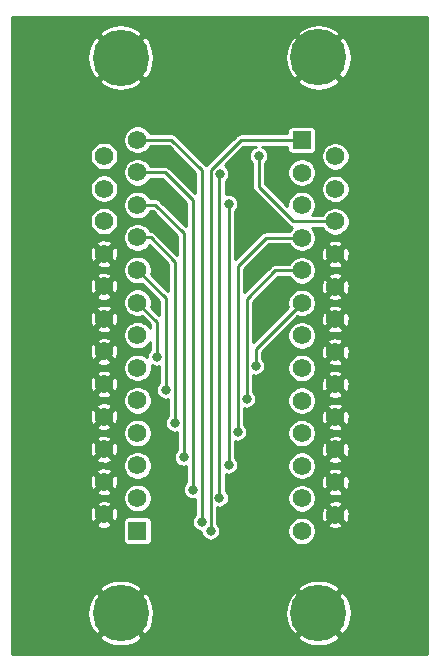
<source format=gbr>
%TF.GenerationSoftware,KiCad,Pcbnew,(5.1.6)-1*%
%TF.CreationDate,2022-02-09T07:41:59-05:00*%
%TF.ProjectId,A1000_Parallel,41313030-305f-4506-9172-616c6c656c2e,rev?*%
%TF.SameCoordinates,Original*%
%TF.FileFunction,Copper,L2,Bot*%
%TF.FilePolarity,Positive*%
%FSLAX46Y46*%
G04 Gerber Fmt 4.6, Leading zero omitted, Abs format (unit mm)*
G04 Created by KiCad (PCBNEW (5.1.6)-1) date 2022-02-09 07:41:59*
%MOMM*%
%LPD*%
G01*
G04 APERTURE LIST*
%TA.AperFunction,ComponentPad*%
%ADD10R,1.561000X1.561000*%
%TD*%
%TA.AperFunction,ComponentPad*%
%ADD11C,1.561000*%
%TD*%
%TA.AperFunction,ComponentPad*%
%ADD12C,4.762000*%
%TD*%
%TA.AperFunction,ViaPad*%
%ADD13C,0.800000*%
%TD*%
%TA.AperFunction,Conductor*%
%ADD14C,0.250000*%
%TD*%
%TA.AperFunction,Conductor*%
%ADD15C,0.254000*%
%TD*%
G04 APERTURE END LIST*
D10*
%TO.P,J1,1*%
%TO.N,/STROBE*%
X117252080Y-112506760D03*
D11*
%TO.P,J1,2*%
%TO.N,/DATA0*%
X117252080Y-109748760D03*
%TO.P,J1,3*%
%TO.N,/DATA1*%
X117252080Y-106990760D03*
%TO.P,J1,4*%
%TO.N,/DATA2*%
X117252080Y-104232760D03*
%TO.P,J1,5*%
%TO.N,/DATA3*%
X117252080Y-101474760D03*
%TO.P,J1,6*%
%TO.N,/DATA4*%
X117252080Y-98716760D03*
%TO.P,J1,7*%
%TO.N,/DATA5*%
X117252080Y-95958760D03*
%TO.P,J1,8*%
%TO.N,/DATA6*%
X117252080Y-93200760D03*
%TO.P,J1,9*%
%TO.N,/DATA7*%
X117252080Y-90442760D03*
%TO.P,J1,10*%
%TO.N,/ACK*%
X117252080Y-87684760D03*
%TO.P,J1,11*%
%TO.N,/BUSY*%
X117252080Y-84926760D03*
%TO.P,J1,12*%
%TO.N,/POUT*%
X117252080Y-82168760D03*
%TO.P,J1,13*%
%TO.N,/SEL*%
X117252080Y-79410760D03*
%TO.P,J1,14*%
%TO.N,GND*%
X114407080Y-111127760D03*
%TO.P,J1,15*%
X114407080Y-108369760D03*
%TO.P,J1,16*%
X114407080Y-105611760D03*
%TO.P,J1,17*%
X114407080Y-102853760D03*
%TO.P,J1,18*%
X114407080Y-100095760D03*
%TO.P,J1,19*%
X114407080Y-97337760D03*
%TO.P,J1,20*%
X114407080Y-94579760D03*
%TO.P,J1,21*%
X114407080Y-91821760D03*
%TO.P,J1,22*%
X114407080Y-89063760D03*
%TO.P,J1,23*%
%TO.N,/5V*%
X114407080Y-86305760D03*
%TO.P,J1,24*%
%TO.N,Net-(J1-Pad24)*%
X114407080Y-83547760D03*
%TO.P,J1,25*%
%TO.N,/RESET*%
X114407080Y-80789760D03*
D12*
%TO.P,J1,MH1*%
%TO.N,GND*%
X115829080Y-119491760D03*
%TO.P,J1,MH2*%
X115829080Y-72450760D03*
%TD*%
%TO.P,J2,MH2*%
%TO.N,GND*%
X132575300Y-119486680D03*
%TO.P,J2,MH1*%
X132575300Y-72445680D03*
D11*
%TO.P,J2,25*%
X133997300Y-111147680D03*
%TO.P,J2,24*%
X133997300Y-108389680D03*
%TO.P,J2,23*%
X133997300Y-105631680D03*
%TO.P,J2,22*%
X133997300Y-102873680D03*
%TO.P,J2,21*%
X133997300Y-100115680D03*
%TO.P,J2,20*%
X133997300Y-97357680D03*
%TO.P,J2,19*%
X133997300Y-94599680D03*
%TO.P,J2,18*%
X133997300Y-91841680D03*
%TO.P,J2,17*%
X133997300Y-89083680D03*
%TO.P,J2,16*%
%TO.N,/RESET*%
X133997300Y-86325680D03*
%TO.P,J2,15*%
%TO.N,Net-(J2-Pad15)*%
X133997300Y-83567680D03*
%TO.P,J2,14*%
%TO.N,/5V*%
X133997300Y-80809680D03*
%TO.P,J2,13*%
%TO.N,/SEL*%
X131152300Y-112526680D03*
%TO.P,J2,12*%
%TO.N,/POUT*%
X131152300Y-109768680D03*
%TO.P,J2,11*%
%TO.N,/BUSY*%
X131152300Y-107010680D03*
%TO.P,J2,10*%
%TO.N,/ACK*%
X131152300Y-104252680D03*
%TO.P,J2,9*%
%TO.N,/DATA7*%
X131152300Y-101494680D03*
%TO.P,J2,8*%
%TO.N,/DATA6*%
X131152300Y-98736680D03*
%TO.P,J2,7*%
%TO.N,/DATA5*%
X131152300Y-95978680D03*
%TO.P,J2,6*%
%TO.N,/DATA4*%
X131152300Y-93220680D03*
%TO.P,J2,5*%
%TO.N,/DATA3*%
X131152300Y-90462680D03*
%TO.P,J2,4*%
%TO.N,/DATA2*%
X131152300Y-87704680D03*
%TO.P,J2,3*%
%TO.N,/DATA1*%
X131152300Y-84946680D03*
%TO.P,J2,2*%
%TO.N,/DATA0*%
X131152300Y-82188680D03*
D10*
%TO.P,J2,1*%
%TO.N,/STROBE*%
X131152300Y-79430680D03*
%TD*%
D13*
%TO.N,/STROBE*%
X123444000Y-112522000D03*
%TO.N,/DATA0*%
X124169000Y-109728000D03*
X124206000Y-82296000D03*
%TO.N,/DATA1*%
X124968000Y-106934000D03*
X124968000Y-84836000D03*
%TO.N,/DATA2*%
X125730000Y-104140000D03*
%TO.N,/DATA3*%
X126492000Y-101346000D03*
%TO.N,/DATA4*%
X127254000Y-98552000D03*
%TO.N,/DATA6*%
X118872000Y-97790000D03*
%TO.N,/DATA7*%
X119634000Y-100584000D03*
%TO.N,/ACK*%
X120396000Y-103378000D03*
%TO.N,/BUSY*%
X121158000Y-106265760D03*
%TO.N,/POUT*%
X121920000Y-109023760D03*
%TO.N,/SEL*%
X122682000Y-111760000D03*
%TO.N,GND*%
X121412000Y-82296000D03*
X126492000Y-86614000D03*
%TO.N,/RESET*%
X127508000Y-80772000D03*
%TD*%
D14*
%TO.N,/STROBE*%
X123444000Y-81984998D02*
X125998318Y-79430680D01*
X125998318Y-79430680D02*
X131152300Y-79430680D01*
X123444000Y-112522000D02*
X123444000Y-81984998D01*
%TO.N,/DATA0*%
X124169000Y-109728000D02*
X124169000Y-82333000D01*
X124169000Y-82333000D02*
X124206000Y-82296000D01*
%TO.N,/DATA1*%
X124968000Y-106934000D02*
X124968000Y-84836000D01*
%TO.N,/DATA2*%
X128138318Y-87704680D02*
X131152300Y-87704680D01*
X125730000Y-90112998D02*
X128138318Y-87704680D01*
X125730000Y-104140000D02*
X125730000Y-90112998D01*
%TO.N,/DATA3*%
X128936318Y-90462680D02*
X131152300Y-90462680D01*
X126492000Y-92906998D02*
X128936318Y-90462680D01*
X126492000Y-101346000D02*
X126492000Y-92906998D01*
%TO.N,/DATA4*%
X127254000Y-97118980D02*
X131152300Y-93220680D01*
X127254000Y-98552000D02*
X127254000Y-97118980D01*
%TO.N,/DATA6*%
X118872000Y-94820680D02*
X117252080Y-93200760D01*
X118872000Y-97790000D02*
X118872000Y-94820680D01*
%TO.N,/DATA7*%
X119634000Y-92824680D02*
X117252080Y-90442760D01*
X119634000Y-100584000D02*
X119634000Y-92824680D01*
%TO.N,/ACK*%
X118355873Y-87684760D02*
X117252080Y-87684760D01*
X120396000Y-89724887D02*
X118355873Y-87684760D01*
X120396000Y-103378000D02*
X120396000Y-89724887D01*
%TO.N,/BUSY*%
X118765762Y-84926760D02*
X117252080Y-84926760D01*
X121158000Y-87318998D02*
X118765762Y-84926760D01*
X121158000Y-106265760D02*
X121158000Y-87318998D01*
%TO.N,/POUT*%
X119563762Y-82168760D02*
X117252080Y-82168760D01*
X121920000Y-84524998D02*
X119563762Y-82168760D01*
X121920000Y-109023760D02*
X121920000Y-84524998D01*
%TO.N,/SEL*%
X120107762Y-79410760D02*
X117252080Y-79410760D01*
X122682000Y-81984998D02*
X120107762Y-79410760D01*
X122682000Y-111760000D02*
X122682000Y-81984998D01*
%TO.N,/RESET*%
X130454419Y-86325680D02*
X133997300Y-86325680D01*
X127508000Y-80772000D02*
X127508000Y-83379261D01*
X127508000Y-83379261D02*
X130454419Y-86325680D01*
%TD*%
D15*
%TO.N,GND*%
G36*
X141788001Y-122992000D02*
G01*
X106624000Y-122992000D01*
X106624000Y-121499141D01*
X114001304Y-121499141D01*
X114275018Y-121846807D01*
X114764326Y-122104737D01*
X115294551Y-122262252D01*
X115845318Y-122313300D01*
X116395461Y-122255917D01*
X116923839Y-122092309D01*
X117383142Y-121846807D01*
X117656856Y-121499141D01*
X117651776Y-121494061D01*
X130747524Y-121494061D01*
X131021238Y-121841727D01*
X131510546Y-122099657D01*
X132040771Y-122257172D01*
X132591538Y-122308220D01*
X133141681Y-122250837D01*
X133670059Y-122087229D01*
X134129362Y-121841727D01*
X134403076Y-121494061D01*
X132575300Y-119666285D01*
X130747524Y-121494061D01*
X117651776Y-121494061D01*
X115829080Y-119671365D01*
X114001304Y-121499141D01*
X106624000Y-121499141D01*
X106624000Y-119507998D01*
X113007540Y-119507998D01*
X113064923Y-120058141D01*
X113228531Y-120586519D01*
X113474033Y-121045822D01*
X113821699Y-121319536D01*
X115649475Y-119491760D01*
X116008685Y-119491760D01*
X117836461Y-121319536D01*
X118184127Y-121045822D01*
X118442057Y-120556514D01*
X118599572Y-120026289D01*
X118648080Y-119502918D01*
X129753760Y-119502918D01*
X129811143Y-120053061D01*
X129974751Y-120581439D01*
X130220253Y-121040742D01*
X130567919Y-121314456D01*
X132395695Y-119486680D01*
X132754905Y-119486680D01*
X134582681Y-121314456D01*
X134930347Y-121040742D01*
X135188277Y-120551434D01*
X135345792Y-120021209D01*
X135396840Y-119470442D01*
X135339457Y-118920299D01*
X135175849Y-118391921D01*
X134930347Y-117932618D01*
X134582681Y-117658904D01*
X132754905Y-119486680D01*
X132395695Y-119486680D01*
X130567919Y-117658904D01*
X130220253Y-117932618D01*
X129962323Y-118421926D01*
X129804808Y-118952151D01*
X129753760Y-119502918D01*
X118648080Y-119502918D01*
X118650620Y-119475522D01*
X118593237Y-118925379D01*
X118429629Y-118397001D01*
X118184127Y-117937698D01*
X117836461Y-117663984D01*
X116008685Y-119491760D01*
X115649475Y-119491760D01*
X113821699Y-117663984D01*
X113474033Y-117937698D01*
X113216103Y-118427006D01*
X113058588Y-118957231D01*
X113007540Y-119507998D01*
X106624000Y-119507998D01*
X106624000Y-117484379D01*
X114001304Y-117484379D01*
X115829080Y-119312155D01*
X117656856Y-117484379D01*
X117652857Y-117479299D01*
X130747524Y-117479299D01*
X132575300Y-119307075D01*
X134403076Y-117479299D01*
X134129362Y-117131633D01*
X133640054Y-116873703D01*
X133109829Y-116716188D01*
X132559062Y-116665140D01*
X132008919Y-116722523D01*
X131480541Y-116886131D01*
X131021238Y-117131633D01*
X130747524Y-117479299D01*
X117652857Y-117479299D01*
X117383142Y-117136713D01*
X116893834Y-116878783D01*
X116363609Y-116721268D01*
X115812842Y-116670220D01*
X115262699Y-116727603D01*
X114734321Y-116891211D01*
X114275018Y-117136713D01*
X114001304Y-117484379D01*
X106624000Y-117484379D01*
X106624000Y-111994872D01*
X113719574Y-111994872D01*
X113800557Y-112178632D01*
X114017227Y-112276766D01*
X114248878Y-112330745D01*
X114486608Y-112338494D01*
X114721283Y-112299715D01*
X114943882Y-112215898D01*
X115013603Y-112178632D01*
X115094586Y-111994872D01*
X114407080Y-111307365D01*
X113719574Y-111994872D01*
X106624000Y-111994872D01*
X106624000Y-111207288D01*
X113196346Y-111207288D01*
X113235125Y-111441963D01*
X113318942Y-111664562D01*
X113356208Y-111734283D01*
X113539968Y-111815266D01*
X114227475Y-111127760D01*
X114586685Y-111127760D01*
X115274192Y-111815266D01*
X115457952Y-111734283D01*
X115461585Y-111726260D01*
X116042514Y-111726260D01*
X116042514Y-113287260D01*
X116050758Y-113370967D01*
X116075175Y-113451456D01*
X116114825Y-113525636D01*
X116168185Y-113590655D01*
X116233204Y-113644015D01*
X116307384Y-113683665D01*
X116387873Y-113708082D01*
X116471580Y-113716326D01*
X118032580Y-113716326D01*
X118116287Y-113708082D01*
X118196776Y-113683665D01*
X118270956Y-113644015D01*
X118335975Y-113590655D01*
X118389335Y-113525636D01*
X118428985Y-113451456D01*
X118453402Y-113370967D01*
X118461646Y-113287260D01*
X118461646Y-111726260D01*
X118453402Y-111642553D01*
X118428985Y-111562064D01*
X118389335Y-111487884D01*
X118335975Y-111422865D01*
X118270956Y-111369505D01*
X118196776Y-111329855D01*
X118116287Y-111305438D01*
X118032580Y-111297194D01*
X116471580Y-111297194D01*
X116387873Y-111305438D01*
X116307384Y-111329855D01*
X116233204Y-111369505D01*
X116168185Y-111422865D01*
X116114825Y-111487884D01*
X116075175Y-111562064D01*
X116050758Y-111642553D01*
X116042514Y-111726260D01*
X115461585Y-111726260D01*
X115556086Y-111517613D01*
X115610065Y-111285962D01*
X115617814Y-111048232D01*
X115579035Y-110813557D01*
X115495218Y-110590958D01*
X115457952Y-110521237D01*
X115274192Y-110440254D01*
X114586685Y-111127760D01*
X114227475Y-111127760D01*
X113539968Y-110440254D01*
X113356208Y-110521237D01*
X113258074Y-110737907D01*
X113204095Y-110969558D01*
X113196346Y-111207288D01*
X106624000Y-111207288D01*
X106624000Y-110260648D01*
X113719574Y-110260648D01*
X114407080Y-110948155D01*
X115094586Y-110260648D01*
X115013603Y-110076888D01*
X114796933Y-109978754D01*
X114565282Y-109924775D01*
X114327552Y-109917026D01*
X114092877Y-109955805D01*
X113870278Y-110039622D01*
X113800557Y-110076888D01*
X113719574Y-110260648D01*
X106624000Y-110260648D01*
X106624000Y-109629832D01*
X116044580Y-109629832D01*
X116044580Y-109867688D01*
X116090983Y-110100975D01*
X116182007Y-110320726D01*
X116314153Y-110518497D01*
X116482343Y-110686687D01*
X116680114Y-110818833D01*
X116899865Y-110909857D01*
X117133152Y-110956260D01*
X117371008Y-110956260D01*
X117604295Y-110909857D01*
X117824046Y-110818833D01*
X118021817Y-110686687D01*
X118190007Y-110518497D01*
X118322153Y-110320726D01*
X118413177Y-110100975D01*
X118459580Y-109867688D01*
X118459580Y-109629832D01*
X118413177Y-109396545D01*
X118322153Y-109176794D01*
X118190007Y-108979023D01*
X118021817Y-108810833D01*
X117824046Y-108678687D01*
X117604295Y-108587663D01*
X117371008Y-108541260D01*
X117133152Y-108541260D01*
X116899865Y-108587663D01*
X116680114Y-108678687D01*
X116482343Y-108810833D01*
X116314153Y-108979023D01*
X116182007Y-109176794D01*
X116090983Y-109396545D01*
X116044580Y-109629832D01*
X106624000Y-109629832D01*
X106624000Y-109236872D01*
X113719574Y-109236872D01*
X113800557Y-109420632D01*
X114017227Y-109518766D01*
X114248878Y-109572745D01*
X114486608Y-109580494D01*
X114721283Y-109541715D01*
X114943882Y-109457898D01*
X115013603Y-109420632D01*
X115094586Y-109236872D01*
X114407080Y-108549365D01*
X113719574Y-109236872D01*
X106624000Y-109236872D01*
X106624000Y-108449288D01*
X113196346Y-108449288D01*
X113235125Y-108683963D01*
X113318942Y-108906562D01*
X113356208Y-108976283D01*
X113539968Y-109057266D01*
X114227475Y-108369760D01*
X114586685Y-108369760D01*
X115274192Y-109057266D01*
X115457952Y-108976283D01*
X115556086Y-108759613D01*
X115610065Y-108527962D01*
X115617814Y-108290232D01*
X115579035Y-108055557D01*
X115495218Y-107832958D01*
X115457952Y-107763237D01*
X115274192Y-107682254D01*
X114586685Y-108369760D01*
X114227475Y-108369760D01*
X113539968Y-107682254D01*
X113356208Y-107763237D01*
X113258074Y-107979907D01*
X113204095Y-108211558D01*
X113196346Y-108449288D01*
X106624000Y-108449288D01*
X106624000Y-107502648D01*
X113719574Y-107502648D01*
X114407080Y-108190155D01*
X115094586Y-107502648D01*
X115013603Y-107318888D01*
X114796933Y-107220754D01*
X114565282Y-107166775D01*
X114327552Y-107159026D01*
X114092877Y-107197805D01*
X113870278Y-107281622D01*
X113800557Y-107318888D01*
X113719574Y-107502648D01*
X106624000Y-107502648D01*
X106624000Y-106871832D01*
X116044580Y-106871832D01*
X116044580Y-107109688D01*
X116090983Y-107342975D01*
X116182007Y-107562726D01*
X116314153Y-107760497D01*
X116482343Y-107928687D01*
X116680114Y-108060833D01*
X116899865Y-108151857D01*
X117133152Y-108198260D01*
X117371008Y-108198260D01*
X117604295Y-108151857D01*
X117824046Y-108060833D01*
X118021817Y-107928687D01*
X118190007Y-107760497D01*
X118322153Y-107562726D01*
X118413177Y-107342975D01*
X118459580Y-107109688D01*
X118459580Y-106871832D01*
X118413177Y-106638545D01*
X118322153Y-106418794D01*
X118190007Y-106221023D01*
X118021817Y-106052833D01*
X117824046Y-105920687D01*
X117604295Y-105829663D01*
X117371008Y-105783260D01*
X117133152Y-105783260D01*
X116899865Y-105829663D01*
X116680114Y-105920687D01*
X116482343Y-106052833D01*
X116314153Y-106221023D01*
X116182007Y-106418794D01*
X116090983Y-106638545D01*
X116044580Y-106871832D01*
X106624000Y-106871832D01*
X106624000Y-106478872D01*
X113719574Y-106478872D01*
X113800557Y-106662632D01*
X114017227Y-106760766D01*
X114248878Y-106814745D01*
X114486608Y-106822494D01*
X114721283Y-106783715D01*
X114943882Y-106699898D01*
X115013603Y-106662632D01*
X115094586Y-106478872D01*
X114407080Y-105791365D01*
X113719574Y-106478872D01*
X106624000Y-106478872D01*
X106624000Y-105691288D01*
X113196346Y-105691288D01*
X113235125Y-105925963D01*
X113318942Y-106148562D01*
X113356208Y-106218283D01*
X113539968Y-106299266D01*
X114227475Y-105611760D01*
X114586685Y-105611760D01*
X115274192Y-106299266D01*
X115457952Y-106218283D01*
X115556086Y-106001613D01*
X115610065Y-105769962D01*
X115617814Y-105532232D01*
X115579035Y-105297557D01*
X115495218Y-105074958D01*
X115457952Y-105005237D01*
X115274192Y-104924254D01*
X114586685Y-105611760D01*
X114227475Y-105611760D01*
X113539968Y-104924254D01*
X113356208Y-105005237D01*
X113258074Y-105221907D01*
X113204095Y-105453558D01*
X113196346Y-105691288D01*
X106624000Y-105691288D01*
X106624000Y-104744648D01*
X113719574Y-104744648D01*
X114407080Y-105432155D01*
X115094586Y-104744648D01*
X115013603Y-104560888D01*
X114796933Y-104462754D01*
X114565282Y-104408775D01*
X114327552Y-104401026D01*
X114092877Y-104439805D01*
X113870278Y-104523622D01*
X113800557Y-104560888D01*
X113719574Y-104744648D01*
X106624000Y-104744648D01*
X106624000Y-104113832D01*
X116044580Y-104113832D01*
X116044580Y-104351688D01*
X116090983Y-104584975D01*
X116182007Y-104804726D01*
X116314153Y-105002497D01*
X116482343Y-105170687D01*
X116680114Y-105302833D01*
X116899865Y-105393857D01*
X117133152Y-105440260D01*
X117371008Y-105440260D01*
X117604295Y-105393857D01*
X117824046Y-105302833D01*
X118021817Y-105170687D01*
X118190007Y-105002497D01*
X118322153Y-104804726D01*
X118413177Y-104584975D01*
X118459580Y-104351688D01*
X118459580Y-104113832D01*
X118413177Y-103880545D01*
X118322153Y-103660794D01*
X118190007Y-103463023D01*
X118021817Y-103294833D01*
X117824046Y-103162687D01*
X117604295Y-103071663D01*
X117371008Y-103025260D01*
X117133152Y-103025260D01*
X116899865Y-103071663D01*
X116680114Y-103162687D01*
X116482343Y-103294833D01*
X116314153Y-103463023D01*
X116182007Y-103660794D01*
X116090983Y-103880545D01*
X116044580Y-104113832D01*
X106624000Y-104113832D01*
X106624000Y-103720872D01*
X113719574Y-103720872D01*
X113800557Y-103904632D01*
X114017227Y-104002766D01*
X114248878Y-104056745D01*
X114486608Y-104064494D01*
X114721283Y-104025715D01*
X114943882Y-103941898D01*
X115013603Y-103904632D01*
X115094586Y-103720872D01*
X114407080Y-103033365D01*
X113719574Y-103720872D01*
X106624000Y-103720872D01*
X106624000Y-102933288D01*
X113196346Y-102933288D01*
X113235125Y-103167963D01*
X113318942Y-103390562D01*
X113356208Y-103460283D01*
X113539968Y-103541266D01*
X114227475Y-102853760D01*
X114586685Y-102853760D01*
X115274192Y-103541266D01*
X115457952Y-103460283D01*
X115556086Y-103243613D01*
X115610065Y-103011962D01*
X115617814Y-102774232D01*
X115579035Y-102539557D01*
X115495218Y-102316958D01*
X115457952Y-102247237D01*
X115274192Y-102166254D01*
X114586685Y-102853760D01*
X114227475Y-102853760D01*
X113539968Y-102166254D01*
X113356208Y-102247237D01*
X113258074Y-102463907D01*
X113204095Y-102695558D01*
X113196346Y-102933288D01*
X106624000Y-102933288D01*
X106624000Y-101986648D01*
X113719574Y-101986648D01*
X114407080Y-102674155D01*
X115094586Y-101986648D01*
X115013603Y-101802888D01*
X114796933Y-101704754D01*
X114565282Y-101650775D01*
X114327552Y-101643026D01*
X114092877Y-101681805D01*
X113870278Y-101765622D01*
X113800557Y-101802888D01*
X113719574Y-101986648D01*
X106624000Y-101986648D01*
X106624000Y-101355832D01*
X116044580Y-101355832D01*
X116044580Y-101593688D01*
X116090983Y-101826975D01*
X116182007Y-102046726D01*
X116314153Y-102244497D01*
X116482343Y-102412687D01*
X116680114Y-102544833D01*
X116899865Y-102635857D01*
X117133152Y-102682260D01*
X117371008Y-102682260D01*
X117604295Y-102635857D01*
X117824046Y-102544833D01*
X118021817Y-102412687D01*
X118190007Y-102244497D01*
X118322153Y-102046726D01*
X118413177Y-101826975D01*
X118459580Y-101593688D01*
X118459580Y-101355832D01*
X118413177Y-101122545D01*
X118322153Y-100902794D01*
X118190007Y-100705023D01*
X118021817Y-100536833D01*
X117824046Y-100404687D01*
X117604295Y-100313663D01*
X117371008Y-100267260D01*
X117133152Y-100267260D01*
X116899865Y-100313663D01*
X116680114Y-100404687D01*
X116482343Y-100536833D01*
X116314153Y-100705023D01*
X116182007Y-100902794D01*
X116090983Y-101122545D01*
X116044580Y-101355832D01*
X106624000Y-101355832D01*
X106624000Y-100962872D01*
X113719574Y-100962872D01*
X113800557Y-101146632D01*
X114017227Y-101244766D01*
X114248878Y-101298745D01*
X114486608Y-101306494D01*
X114721283Y-101267715D01*
X114943882Y-101183898D01*
X115013603Y-101146632D01*
X115094586Y-100962872D01*
X114407080Y-100275365D01*
X113719574Y-100962872D01*
X106624000Y-100962872D01*
X106624000Y-100175288D01*
X113196346Y-100175288D01*
X113235125Y-100409963D01*
X113318942Y-100632562D01*
X113356208Y-100702283D01*
X113539968Y-100783266D01*
X114227475Y-100095760D01*
X114586685Y-100095760D01*
X115274192Y-100783266D01*
X115457952Y-100702283D01*
X115556086Y-100485613D01*
X115610065Y-100253962D01*
X115617814Y-100016232D01*
X115579035Y-99781557D01*
X115495218Y-99558958D01*
X115457952Y-99489237D01*
X115274192Y-99408254D01*
X114586685Y-100095760D01*
X114227475Y-100095760D01*
X113539968Y-99408254D01*
X113356208Y-99489237D01*
X113258074Y-99705907D01*
X113204095Y-99937558D01*
X113196346Y-100175288D01*
X106624000Y-100175288D01*
X106624000Y-99228648D01*
X113719574Y-99228648D01*
X114407080Y-99916155D01*
X115094586Y-99228648D01*
X115013603Y-99044888D01*
X114796933Y-98946754D01*
X114565282Y-98892775D01*
X114327552Y-98885026D01*
X114092877Y-98923805D01*
X113870278Y-99007622D01*
X113800557Y-99044888D01*
X113719574Y-99228648D01*
X106624000Y-99228648D01*
X106624000Y-98204872D01*
X113719574Y-98204872D01*
X113800557Y-98388632D01*
X114017227Y-98486766D01*
X114248878Y-98540745D01*
X114486608Y-98548494D01*
X114721283Y-98509715D01*
X114943882Y-98425898D01*
X115013603Y-98388632D01*
X115094586Y-98204872D01*
X114407080Y-97517365D01*
X113719574Y-98204872D01*
X106624000Y-98204872D01*
X106624000Y-97417288D01*
X113196346Y-97417288D01*
X113235125Y-97651963D01*
X113318942Y-97874562D01*
X113356208Y-97944283D01*
X113539968Y-98025266D01*
X114227475Y-97337760D01*
X114586685Y-97337760D01*
X115274192Y-98025266D01*
X115457952Y-97944283D01*
X115556086Y-97727613D01*
X115610065Y-97495962D01*
X115617814Y-97258232D01*
X115579035Y-97023557D01*
X115495218Y-96800958D01*
X115457952Y-96731237D01*
X115274192Y-96650254D01*
X114586685Y-97337760D01*
X114227475Y-97337760D01*
X113539968Y-96650254D01*
X113356208Y-96731237D01*
X113258074Y-96947907D01*
X113204095Y-97179558D01*
X113196346Y-97417288D01*
X106624000Y-97417288D01*
X106624000Y-96470648D01*
X113719574Y-96470648D01*
X114407080Y-97158155D01*
X115094586Y-96470648D01*
X115013603Y-96286888D01*
X114796933Y-96188754D01*
X114565282Y-96134775D01*
X114327552Y-96127026D01*
X114092877Y-96165805D01*
X113870278Y-96249622D01*
X113800557Y-96286888D01*
X113719574Y-96470648D01*
X106624000Y-96470648D01*
X106624000Y-95446872D01*
X113719574Y-95446872D01*
X113800557Y-95630632D01*
X114017227Y-95728766D01*
X114248878Y-95782745D01*
X114486608Y-95790494D01*
X114721283Y-95751715D01*
X114943882Y-95667898D01*
X115013603Y-95630632D01*
X115094586Y-95446872D01*
X114407080Y-94759365D01*
X113719574Y-95446872D01*
X106624000Y-95446872D01*
X106624000Y-94659288D01*
X113196346Y-94659288D01*
X113235125Y-94893963D01*
X113318942Y-95116562D01*
X113356208Y-95186283D01*
X113539968Y-95267266D01*
X114227475Y-94579760D01*
X114586685Y-94579760D01*
X115274192Y-95267266D01*
X115457952Y-95186283D01*
X115556086Y-94969613D01*
X115610065Y-94737962D01*
X115617814Y-94500232D01*
X115579035Y-94265557D01*
X115495218Y-94042958D01*
X115457952Y-93973237D01*
X115274192Y-93892254D01*
X114586685Y-94579760D01*
X114227475Y-94579760D01*
X113539968Y-93892254D01*
X113356208Y-93973237D01*
X113258074Y-94189907D01*
X113204095Y-94421558D01*
X113196346Y-94659288D01*
X106624000Y-94659288D01*
X106624000Y-93712648D01*
X113719574Y-93712648D01*
X114407080Y-94400155D01*
X115094586Y-93712648D01*
X115013603Y-93528888D01*
X114796933Y-93430754D01*
X114565282Y-93376775D01*
X114327552Y-93369026D01*
X114092877Y-93407805D01*
X113870278Y-93491622D01*
X113800557Y-93528888D01*
X113719574Y-93712648D01*
X106624000Y-93712648D01*
X106624000Y-92688872D01*
X113719574Y-92688872D01*
X113800557Y-92872632D01*
X114017227Y-92970766D01*
X114248878Y-93024745D01*
X114486608Y-93032494D01*
X114721283Y-92993715D01*
X114943882Y-92909898D01*
X115013603Y-92872632D01*
X115094586Y-92688872D01*
X114407080Y-92001365D01*
X113719574Y-92688872D01*
X106624000Y-92688872D01*
X106624000Y-91901288D01*
X113196346Y-91901288D01*
X113235125Y-92135963D01*
X113318942Y-92358562D01*
X113356208Y-92428283D01*
X113539968Y-92509266D01*
X114227475Y-91821760D01*
X114586685Y-91821760D01*
X115274192Y-92509266D01*
X115457952Y-92428283D01*
X115556086Y-92211613D01*
X115610065Y-91979962D01*
X115617814Y-91742232D01*
X115579035Y-91507557D01*
X115495218Y-91284958D01*
X115457952Y-91215237D01*
X115274192Y-91134254D01*
X114586685Y-91821760D01*
X114227475Y-91821760D01*
X113539968Y-91134254D01*
X113356208Y-91215237D01*
X113258074Y-91431907D01*
X113204095Y-91663558D01*
X113196346Y-91901288D01*
X106624000Y-91901288D01*
X106624000Y-90954648D01*
X113719574Y-90954648D01*
X114407080Y-91642155D01*
X115094586Y-90954648D01*
X115013603Y-90770888D01*
X114796933Y-90672754D01*
X114565282Y-90618775D01*
X114327552Y-90611026D01*
X114092877Y-90649805D01*
X113870278Y-90733622D01*
X113800557Y-90770888D01*
X113719574Y-90954648D01*
X106624000Y-90954648D01*
X106624000Y-89930872D01*
X113719574Y-89930872D01*
X113800557Y-90114632D01*
X114017227Y-90212766D01*
X114248878Y-90266745D01*
X114486608Y-90274494D01*
X114721283Y-90235715D01*
X114943882Y-90151898D01*
X115013603Y-90114632D01*
X115094586Y-89930872D01*
X114407080Y-89243365D01*
X113719574Y-89930872D01*
X106624000Y-89930872D01*
X106624000Y-89143288D01*
X113196346Y-89143288D01*
X113235125Y-89377963D01*
X113318942Y-89600562D01*
X113356208Y-89670283D01*
X113539968Y-89751266D01*
X114227475Y-89063760D01*
X114586685Y-89063760D01*
X115274192Y-89751266D01*
X115457952Y-89670283D01*
X115556086Y-89453613D01*
X115610065Y-89221962D01*
X115617814Y-88984232D01*
X115579035Y-88749557D01*
X115495218Y-88526958D01*
X115457952Y-88457237D01*
X115274192Y-88376254D01*
X114586685Y-89063760D01*
X114227475Y-89063760D01*
X113539968Y-88376254D01*
X113356208Y-88457237D01*
X113258074Y-88673907D01*
X113204095Y-88905558D01*
X113196346Y-89143288D01*
X106624000Y-89143288D01*
X106624000Y-88196648D01*
X113719574Y-88196648D01*
X114407080Y-88884155D01*
X115094586Y-88196648D01*
X115013603Y-88012888D01*
X114796933Y-87914754D01*
X114565282Y-87860775D01*
X114327552Y-87853026D01*
X114092877Y-87891805D01*
X113870278Y-87975622D01*
X113800557Y-88012888D01*
X113719574Y-88196648D01*
X106624000Y-88196648D01*
X106624000Y-86186832D01*
X113199580Y-86186832D01*
X113199580Y-86424688D01*
X113245983Y-86657975D01*
X113337007Y-86877726D01*
X113469153Y-87075497D01*
X113637343Y-87243687D01*
X113835114Y-87375833D01*
X114054865Y-87466857D01*
X114288152Y-87513260D01*
X114526008Y-87513260D01*
X114759295Y-87466857D01*
X114979046Y-87375833D01*
X115176817Y-87243687D01*
X115345007Y-87075497D01*
X115477153Y-86877726D01*
X115568177Y-86657975D01*
X115614580Y-86424688D01*
X115614580Y-86186832D01*
X115568177Y-85953545D01*
X115477153Y-85733794D01*
X115345007Y-85536023D01*
X115176817Y-85367833D01*
X114979046Y-85235687D01*
X114759295Y-85144663D01*
X114526008Y-85098260D01*
X114288152Y-85098260D01*
X114054865Y-85144663D01*
X113835114Y-85235687D01*
X113637343Y-85367833D01*
X113469153Y-85536023D01*
X113337007Y-85733794D01*
X113245983Y-85953545D01*
X113199580Y-86186832D01*
X106624000Y-86186832D01*
X106624000Y-83428832D01*
X113199580Y-83428832D01*
X113199580Y-83666688D01*
X113245983Y-83899975D01*
X113337007Y-84119726D01*
X113469153Y-84317497D01*
X113637343Y-84485687D01*
X113835114Y-84617833D01*
X114054865Y-84708857D01*
X114288152Y-84755260D01*
X114526008Y-84755260D01*
X114759295Y-84708857D01*
X114979046Y-84617833D01*
X115176817Y-84485687D01*
X115345007Y-84317497D01*
X115477153Y-84119726D01*
X115568177Y-83899975D01*
X115614580Y-83666688D01*
X115614580Y-83428832D01*
X115568177Y-83195545D01*
X115477153Y-82975794D01*
X115345007Y-82778023D01*
X115176817Y-82609833D01*
X114979046Y-82477687D01*
X114759295Y-82386663D01*
X114526008Y-82340260D01*
X114288152Y-82340260D01*
X114054865Y-82386663D01*
X113835114Y-82477687D01*
X113637343Y-82609833D01*
X113469153Y-82778023D01*
X113337007Y-82975794D01*
X113245983Y-83195545D01*
X113199580Y-83428832D01*
X106624000Y-83428832D01*
X106624000Y-80670832D01*
X113199580Y-80670832D01*
X113199580Y-80908688D01*
X113245983Y-81141975D01*
X113337007Y-81361726D01*
X113469153Y-81559497D01*
X113637343Y-81727687D01*
X113835114Y-81859833D01*
X114054865Y-81950857D01*
X114288152Y-81997260D01*
X114526008Y-81997260D01*
X114759295Y-81950857D01*
X114979046Y-81859833D01*
X115176817Y-81727687D01*
X115345007Y-81559497D01*
X115477153Y-81361726D01*
X115568177Y-81141975D01*
X115614580Y-80908688D01*
X115614580Y-80670832D01*
X115568177Y-80437545D01*
X115477153Y-80217794D01*
X115345007Y-80020023D01*
X115176817Y-79851833D01*
X114979046Y-79719687D01*
X114759295Y-79628663D01*
X114526008Y-79582260D01*
X114288152Y-79582260D01*
X114054865Y-79628663D01*
X113835114Y-79719687D01*
X113637343Y-79851833D01*
X113469153Y-80020023D01*
X113337007Y-80217794D01*
X113245983Y-80437545D01*
X113199580Y-80670832D01*
X106624000Y-80670832D01*
X106624000Y-79291832D01*
X116044580Y-79291832D01*
X116044580Y-79529688D01*
X116090983Y-79762975D01*
X116182007Y-79982726D01*
X116314153Y-80180497D01*
X116482343Y-80348687D01*
X116680114Y-80480833D01*
X116899865Y-80571857D01*
X117133152Y-80618260D01*
X117371008Y-80618260D01*
X117604295Y-80571857D01*
X117824046Y-80480833D01*
X118021817Y-80348687D01*
X118190007Y-80180497D01*
X118322153Y-79982726D01*
X118330423Y-79962760D01*
X119879118Y-79962760D01*
X122130001Y-82213645D01*
X122130001Y-83954353D01*
X119973262Y-81797616D01*
X119955973Y-81776549D01*
X119871920Y-81707569D01*
X119776025Y-81656312D01*
X119671973Y-81624748D01*
X119590871Y-81616760D01*
X119590868Y-81616760D01*
X119563762Y-81614090D01*
X119536656Y-81616760D01*
X118330423Y-81616760D01*
X118322153Y-81596794D01*
X118190007Y-81399023D01*
X118021817Y-81230833D01*
X117824046Y-81098687D01*
X117604295Y-81007663D01*
X117371008Y-80961260D01*
X117133152Y-80961260D01*
X116899865Y-81007663D01*
X116680114Y-81098687D01*
X116482343Y-81230833D01*
X116314153Y-81399023D01*
X116182007Y-81596794D01*
X116090983Y-81816545D01*
X116044580Y-82049832D01*
X116044580Y-82287688D01*
X116090983Y-82520975D01*
X116182007Y-82740726D01*
X116314153Y-82938497D01*
X116482343Y-83106687D01*
X116680114Y-83238833D01*
X116899865Y-83329857D01*
X117133152Y-83376260D01*
X117371008Y-83376260D01*
X117604295Y-83329857D01*
X117824046Y-83238833D01*
X118021817Y-83106687D01*
X118190007Y-82938497D01*
X118322153Y-82740726D01*
X118330423Y-82720760D01*
X119335118Y-82720760D01*
X121368001Y-84753645D01*
X121368001Y-86748353D01*
X119175262Y-84555616D01*
X119157973Y-84534549D01*
X119073920Y-84465569D01*
X118978025Y-84414312D01*
X118873973Y-84382748D01*
X118792871Y-84374760D01*
X118792868Y-84374760D01*
X118765762Y-84372090D01*
X118738656Y-84374760D01*
X118330423Y-84374760D01*
X118322153Y-84354794D01*
X118190007Y-84157023D01*
X118021817Y-83988833D01*
X117824046Y-83856687D01*
X117604295Y-83765663D01*
X117371008Y-83719260D01*
X117133152Y-83719260D01*
X116899865Y-83765663D01*
X116680114Y-83856687D01*
X116482343Y-83988833D01*
X116314153Y-84157023D01*
X116182007Y-84354794D01*
X116090983Y-84574545D01*
X116044580Y-84807832D01*
X116044580Y-85045688D01*
X116090983Y-85278975D01*
X116182007Y-85498726D01*
X116314153Y-85696497D01*
X116482343Y-85864687D01*
X116680114Y-85996833D01*
X116899865Y-86087857D01*
X117133152Y-86134260D01*
X117371008Y-86134260D01*
X117604295Y-86087857D01*
X117824046Y-85996833D01*
X118021817Y-85864687D01*
X118190007Y-85696497D01*
X118322153Y-85498726D01*
X118330423Y-85478760D01*
X118537118Y-85478760D01*
X120606001Y-87547645D01*
X120606001Y-89154242D01*
X118765373Y-87313616D01*
X118748084Y-87292549D01*
X118664031Y-87223569D01*
X118568136Y-87172312D01*
X118464084Y-87140748D01*
X118382982Y-87132760D01*
X118382979Y-87132760D01*
X118355873Y-87130090D01*
X118330358Y-87132603D01*
X118322153Y-87112794D01*
X118190007Y-86915023D01*
X118021817Y-86746833D01*
X117824046Y-86614687D01*
X117604295Y-86523663D01*
X117371008Y-86477260D01*
X117133152Y-86477260D01*
X116899865Y-86523663D01*
X116680114Y-86614687D01*
X116482343Y-86746833D01*
X116314153Y-86915023D01*
X116182007Y-87112794D01*
X116090983Y-87332545D01*
X116044580Y-87565832D01*
X116044580Y-87803688D01*
X116090983Y-88036975D01*
X116182007Y-88256726D01*
X116314153Y-88454497D01*
X116482343Y-88622687D01*
X116680114Y-88754833D01*
X116899865Y-88845857D01*
X117133152Y-88892260D01*
X117371008Y-88892260D01*
X117604295Y-88845857D01*
X117824046Y-88754833D01*
X118021817Y-88622687D01*
X118190007Y-88454497D01*
X118252075Y-88361606D01*
X119844001Y-89953534D01*
X119844001Y-92254035D01*
X118404906Y-90814942D01*
X118413177Y-90794975D01*
X118459580Y-90561688D01*
X118459580Y-90323832D01*
X118413177Y-90090545D01*
X118322153Y-89870794D01*
X118190007Y-89673023D01*
X118021817Y-89504833D01*
X117824046Y-89372687D01*
X117604295Y-89281663D01*
X117371008Y-89235260D01*
X117133152Y-89235260D01*
X116899865Y-89281663D01*
X116680114Y-89372687D01*
X116482343Y-89504833D01*
X116314153Y-89673023D01*
X116182007Y-89870794D01*
X116090983Y-90090545D01*
X116044580Y-90323832D01*
X116044580Y-90561688D01*
X116090983Y-90794975D01*
X116182007Y-91014726D01*
X116314153Y-91212497D01*
X116482343Y-91380687D01*
X116680114Y-91512833D01*
X116899865Y-91603857D01*
X117133152Y-91650260D01*
X117371008Y-91650260D01*
X117604295Y-91603857D01*
X117624262Y-91595586D01*
X119082001Y-93053327D01*
X119082001Y-94250035D01*
X118404907Y-93572942D01*
X118413177Y-93552975D01*
X118459580Y-93319688D01*
X118459580Y-93081832D01*
X118413177Y-92848545D01*
X118322153Y-92628794D01*
X118190007Y-92431023D01*
X118021817Y-92262833D01*
X117824046Y-92130687D01*
X117604295Y-92039663D01*
X117371008Y-91993260D01*
X117133152Y-91993260D01*
X116899865Y-92039663D01*
X116680114Y-92130687D01*
X116482343Y-92262833D01*
X116314153Y-92431023D01*
X116182007Y-92628794D01*
X116090983Y-92848545D01*
X116044580Y-93081832D01*
X116044580Y-93319688D01*
X116090983Y-93552975D01*
X116182007Y-93772726D01*
X116314153Y-93970497D01*
X116482343Y-94138687D01*
X116680114Y-94270833D01*
X116899865Y-94361857D01*
X117133152Y-94408260D01*
X117371008Y-94408260D01*
X117604295Y-94361857D01*
X117624262Y-94353587D01*
X118320001Y-95049327D01*
X118320001Y-95383573D01*
X118190007Y-95189023D01*
X118021817Y-95020833D01*
X117824046Y-94888687D01*
X117604295Y-94797663D01*
X117371008Y-94751260D01*
X117133152Y-94751260D01*
X116899865Y-94797663D01*
X116680114Y-94888687D01*
X116482343Y-95020833D01*
X116314153Y-95189023D01*
X116182007Y-95386794D01*
X116090983Y-95606545D01*
X116044580Y-95839832D01*
X116044580Y-96077688D01*
X116090983Y-96310975D01*
X116182007Y-96530726D01*
X116314153Y-96728497D01*
X116482343Y-96896687D01*
X116680114Y-97028833D01*
X116899865Y-97119857D01*
X117133152Y-97166260D01*
X117371008Y-97166260D01*
X117604295Y-97119857D01*
X117824046Y-97028833D01*
X118021817Y-96896687D01*
X118190007Y-96728497D01*
X118320000Y-96533948D01*
X118320000Y-97172447D01*
X118229628Y-97262819D01*
X118139123Y-97398269D01*
X118076782Y-97548773D01*
X118045000Y-97708548D01*
X118045000Y-97802016D01*
X118021817Y-97778833D01*
X117824046Y-97646687D01*
X117604295Y-97555663D01*
X117371008Y-97509260D01*
X117133152Y-97509260D01*
X116899865Y-97555663D01*
X116680114Y-97646687D01*
X116482343Y-97778833D01*
X116314153Y-97947023D01*
X116182007Y-98144794D01*
X116090983Y-98364545D01*
X116044580Y-98597832D01*
X116044580Y-98835688D01*
X116090983Y-99068975D01*
X116182007Y-99288726D01*
X116314153Y-99486497D01*
X116482343Y-99654687D01*
X116680114Y-99786833D01*
X116899865Y-99877857D01*
X117133152Y-99924260D01*
X117371008Y-99924260D01*
X117604295Y-99877857D01*
X117824046Y-99786833D01*
X118021817Y-99654687D01*
X118190007Y-99486497D01*
X118322153Y-99288726D01*
X118413177Y-99068975D01*
X118459580Y-98835688D01*
X118459580Y-98597832D01*
X118439214Y-98495445D01*
X118480269Y-98522877D01*
X118630773Y-98585218D01*
X118790548Y-98617000D01*
X118953452Y-98617000D01*
X119082000Y-98591430D01*
X119082000Y-99966447D01*
X118991628Y-100056819D01*
X118901123Y-100192269D01*
X118838782Y-100342773D01*
X118807000Y-100502548D01*
X118807000Y-100665452D01*
X118838782Y-100825227D01*
X118901123Y-100975731D01*
X118991628Y-101111181D01*
X119106819Y-101226372D01*
X119242269Y-101316877D01*
X119392773Y-101379218D01*
X119552548Y-101411000D01*
X119715452Y-101411000D01*
X119844000Y-101385430D01*
X119844000Y-102760447D01*
X119753628Y-102850819D01*
X119663123Y-102986269D01*
X119600782Y-103136773D01*
X119569000Y-103296548D01*
X119569000Y-103459452D01*
X119600782Y-103619227D01*
X119663123Y-103769731D01*
X119753628Y-103905181D01*
X119868819Y-104020372D01*
X120004269Y-104110877D01*
X120154773Y-104173218D01*
X120314548Y-104205000D01*
X120477452Y-104205000D01*
X120606000Y-104179430D01*
X120606000Y-105648207D01*
X120515628Y-105738579D01*
X120425123Y-105874029D01*
X120362782Y-106024533D01*
X120331000Y-106184308D01*
X120331000Y-106347212D01*
X120362782Y-106506987D01*
X120425123Y-106657491D01*
X120515628Y-106792941D01*
X120630819Y-106908132D01*
X120766269Y-106998637D01*
X120916773Y-107060978D01*
X121076548Y-107092760D01*
X121239452Y-107092760D01*
X121368000Y-107067190D01*
X121368000Y-108406207D01*
X121277628Y-108496579D01*
X121187123Y-108632029D01*
X121124782Y-108782533D01*
X121093000Y-108942308D01*
X121093000Y-109105212D01*
X121124782Y-109264987D01*
X121187123Y-109415491D01*
X121277628Y-109550941D01*
X121392819Y-109666132D01*
X121528269Y-109756637D01*
X121678773Y-109818978D01*
X121838548Y-109850760D01*
X122001452Y-109850760D01*
X122130000Y-109825190D01*
X122130000Y-111142447D01*
X122039628Y-111232819D01*
X121949123Y-111368269D01*
X121886782Y-111518773D01*
X121855000Y-111678548D01*
X121855000Y-111841452D01*
X121886782Y-112001227D01*
X121949123Y-112151731D01*
X122039628Y-112287181D01*
X122154819Y-112402372D01*
X122290269Y-112492877D01*
X122440773Y-112555218D01*
X122600548Y-112587000D01*
X122617000Y-112587000D01*
X122617000Y-112603452D01*
X122648782Y-112763227D01*
X122711123Y-112913731D01*
X122801628Y-113049181D01*
X122916819Y-113164372D01*
X123052269Y-113254877D01*
X123202773Y-113317218D01*
X123362548Y-113349000D01*
X123525452Y-113349000D01*
X123685227Y-113317218D01*
X123835731Y-113254877D01*
X123971181Y-113164372D01*
X124086372Y-113049181D01*
X124176877Y-112913731D01*
X124239218Y-112763227D01*
X124271000Y-112603452D01*
X124271000Y-112440548D01*
X124264477Y-112407752D01*
X129944800Y-112407752D01*
X129944800Y-112645608D01*
X129991203Y-112878895D01*
X130082227Y-113098646D01*
X130214373Y-113296417D01*
X130382563Y-113464607D01*
X130580334Y-113596753D01*
X130800085Y-113687777D01*
X131033372Y-113734180D01*
X131271228Y-113734180D01*
X131504515Y-113687777D01*
X131724266Y-113596753D01*
X131922037Y-113464607D01*
X132090227Y-113296417D01*
X132222373Y-113098646D01*
X132313397Y-112878895D01*
X132359800Y-112645608D01*
X132359800Y-112407752D01*
X132313397Y-112174465D01*
X132247259Y-112014792D01*
X133309794Y-112014792D01*
X133390777Y-112198552D01*
X133607447Y-112296686D01*
X133839098Y-112350665D01*
X134076828Y-112358414D01*
X134311503Y-112319635D01*
X134534102Y-112235818D01*
X134603823Y-112198552D01*
X134684806Y-112014792D01*
X133997300Y-111327285D01*
X133309794Y-112014792D01*
X132247259Y-112014792D01*
X132222373Y-111954714D01*
X132090227Y-111756943D01*
X131922037Y-111588753D01*
X131724266Y-111456607D01*
X131504515Y-111365583D01*
X131271228Y-111319180D01*
X131033372Y-111319180D01*
X130800085Y-111365583D01*
X130580334Y-111456607D01*
X130382563Y-111588753D01*
X130214373Y-111756943D01*
X130082227Y-111954714D01*
X129991203Y-112174465D01*
X129944800Y-112407752D01*
X124264477Y-112407752D01*
X124239218Y-112280773D01*
X124176877Y-112130269D01*
X124086372Y-111994819D01*
X123996000Y-111904447D01*
X123996000Y-111227208D01*
X132786566Y-111227208D01*
X132825345Y-111461883D01*
X132909162Y-111684482D01*
X132946428Y-111754203D01*
X133130188Y-111835186D01*
X133817695Y-111147680D01*
X134176905Y-111147680D01*
X134864412Y-111835186D01*
X135048172Y-111754203D01*
X135146306Y-111537533D01*
X135200285Y-111305882D01*
X135208034Y-111068152D01*
X135169255Y-110833477D01*
X135085438Y-110610878D01*
X135048172Y-110541157D01*
X134864412Y-110460174D01*
X134176905Y-111147680D01*
X133817695Y-111147680D01*
X133130188Y-110460174D01*
X132946428Y-110541157D01*
X132848294Y-110757827D01*
X132794315Y-110989478D01*
X132786566Y-111227208D01*
X123996000Y-111227208D01*
X123996000Y-110536790D01*
X124087548Y-110555000D01*
X124250452Y-110555000D01*
X124410227Y-110523218D01*
X124560731Y-110460877D01*
X124696181Y-110370372D01*
X124811372Y-110255181D01*
X124901877Y-110119731D01*
X124964218Y-109969227D01*
X124996000Y-109809452D01*
X124996000Y-109649752D01*
X129944800Y-109649752D01*
X129944800Y-109887608D01*
X129991203Y-110120895D01*
X130082227Y-110340646D01*
X130214373Y-110538417D01*
X130382563Y-110706607D01*
X130580334Y-110838753D01*
X130800085Y-110929777D01*
X131033372Y-110976180D01*
X131271228Y-110976180D01*
X131504515Y-110929777D01*
X131724266Y-110838753D01*
X131922037Y-110706607D01*
X132090227Y-110538417D01*
X132222373Y-110340646D01*
X132247258Y-110280568D01*
X133309794Y-110280568D01*
X133997300Y-110968075D01*
X134684806Y-110280568D01*
X134603823Y-110096808D01*
X134387153Y-109998674D01*
X134155502Y-109944695D01*
X133917772Y-109936946D01*
X133683097Y-109975725D01*
X133460498Y-110059542D01*
X133390777Y-110096808D01*
X133309794Y-110280568D01*
X132247258Y-110280568D01*
X132313397Y-110120895D01*
X132359800Y-109887608D01*
X132359800Y-109649752D01*
X132313397Y-109416465D01*
X132247259Y-109256792D01*
X133309794Y-109256792D01*
X133390777Y-109440552D01*
X133607447Y-109538686D01*
X133839098Y-109592665D01*
X134076828Y-109600414D01*
X134311503Y-109561635D01*
X134534102Y-109477818D01*
X134603823Y-109440552D01*
X134684806Y-109256792D01*
X133997300Y-108569285D01*
X133309794Y-109256792D01*
X132247259Y-109256792D01*
X132222373Y-109196714D01*
X132090227Y-108998943D01*
X131922037Y-108830753D01*
X131724266Y-108698607D01*
X131504515Y-108607583D01*
X131271228Y-108561180D01*
X131033372Y-108561180D01*
X130800085Y-108607583D01*
X130580334Y-108698607D01*
X130382563Y-108830753D01*
X130214373Y-108998943D01*
X130082227Y-109196714D01*
X129991203Y-109416465D01*
X129944800Y-109649752D01*
X124996000Y-109649752D01*
X124996000Y-109646548D01*
X124964218Y-109486773D01*
X124901877Y-109336269D01*
X124811372Y-109200819D01*
X124721000Y-109110447D01*
X124721000Y-108469208D01*
X132786566Y-108469208D01*
X132825345Y-108703883D01*
X132909162Y-108926482D01*
X132946428Y-108996203D01*
X133130188Y-109077186D01*
X133817695Y-108389680D01*
X134176905Y-108389680D01*
X134864412Y-109077186D01*
X135048172Y-108996203D01*
X135146306Y-108779533D01*
X135200285Y-108547882D01*
X135208034Y-108310152D01*
X135169255Y-108075477D01*
X135085438Y-107852878D01*
X135048172Y-107783157D01*
X134864412Y-107702174D01*
X134176905Y-108389680D01*
X133817695Y-108389680D01*
X133130188Y-107702174D01*
X132946428Y-107783157D01*
X132848294Y-107999827D01*
X132794315Y-108231478D01*
X132786566Y-108469208D01*
X124721000Y-108469208D01*
X124721000Y-107726827D01*
X124726773Y-107729218D01*
X124886548Y-107761000D01*
X125049452Y-107761000D01*
X125209227Y-107729218D01*
X125359731Y-107666877D01*
X125495181Y-107576372D01*
X125610372Y-107461181D01*
X125700877Y-107325731D01*
X125763218Y-107175227D01*
X125795000Y-107015452D01*
X125795000Y-106891752D01*
X129944800Y-106891752D01*
X129944800Y-107129608D01*
X129991203Y-107362895D01*
X130082227Y-107582646D01*
X130214373Y-107780417D01*
X130382563Y-107948607D01*
X130580334Y-108080753D01*
X130800085Y-108171777D01*
X131033372Y-108218180D01*
X131271228Y-108218180D01*
X131504515Y-108171777D01*
X131724266Y-108080753D01*
X131922037Y-107948607D01*
X132090227Y-107780417D01*
X132222373Y-107582646D01*
X132247258Y-107522568D01*
X133309794Y-107522568D01*
X133997300Y-108210075D01*
X134684806Y-107522568D01*
X134603823Y-107338808D01*
X134387153Y-107240674D01*
X134155502Y-107186695D01*
X133917772Y-107178946D01*
X133683097Y-107217725D01*
X133460498Y-107301542D01*
X133390777Y-107338808D01*
X133309794Y-107522568D01*
X132247258Y-107522568D01*
X132313397Y-107362895D01*
X132359800Y-107129608D01*
X132359800Y-106891752D01*
X132313397Y-106658465D01*
X132247259Y-106498792D01*
X133309794Y-106498792D01*
X133390777Y-106682552D01*
X133607447Y-106780686D01*
X133839098Y-106834665D01*
X134076828Y-106842414D01*
X134311503Y-106803635D01*
X134534102Y-106719818D01*
X134603823Y-106682552D01*
X134684806Y-106498792D01*
X133997300Y-105811285D01*
X133309794Y-106498792D01*
X132247259Y-106498792D01*
X132222373Y-106438714D01*
X132090227Y-106240943D01*
X131922037Y-106072753D01*
X131724266Y-105940607D01*
X131504515Y-105849583D01*
X131271228Y-105803180D01*
X131033372Y-105803180D01*
X130800085Y-105849583D01*
X130580334Y-105940607D01*
X130382563Y-106072753D01*
X130214373Y-106240943D01*
X130082227Y-106438714D01*
X129991203Y-106658465D01*
X129944800Y-106891752D01*
X125795000Y-106891752D01*
X125795000Y-106852548D01*
X125763218Y-106692773D01*
X125700877Y-106542269D01*
X125610372Y-106406819D01*
X125520000Y-106316447D01*
X125520000Y-105711208D01*
X132786566Y-105711208D01*
X132825345Y-105945883D01*
X132909162Y-106168482D01*
X132946428Y-106238203D01*
X133130188Y-106319186D01*
X133817695Y-105631680D01*
X134176905Y-105631680D01*
X134864412Y-106319186D01*
X135048172Y-106238203D01*
X135146306Y-106021533D01*
X135200285Y-105789882D01*
X135208034Y-105552152D01*
X135169255Y-105317477D01*
X135085438Y-105094878D01*
X135048172Y-105025157D01*
X134864412Y-104944174D01*
X134176905Y-105631680D01*
X133817695Y-105631680D01*
X133130188Y-104944174D01*
X132946428Y-105025157D01*
X132848294Y-105241827D01*
X132794315Y-105473478D01*
X132786566Y-105711208D01*
X125520000Y-105711208D01*
X125520000Y-104941430D01*
X125648548Y-104967000D01*
X125811452Y-104967000D01*
X125971227Y-104935218D01*
X126121731Y-104872877D01*
X126257181Y-104782372D01*
X126372372Y-104667181D01*
X126462877Y-104531731D01*
X126525218Y-104381227D01*
X126557000Y-104221452D01*
X126557000Y-104133752D01*
X129944800Y-104133752D01*
X129944800Y-104371608D01*
X129991203Y-104604895D01*
X130082227Y-104824646D01*
X130214373Y-105022417D01*
X130382563Y-105190607D01*
X130580334Y-105322753D01*
X130800085Y-105413777D01*
X131033372Y-105460180D01*
X131271228Y-105460180D01*
X131504515Y-105413777D01*
X131724266Y-105322753D01*
X131922037Y-105190607D01*
X132090227Y-105022417D01*
X132222373Y-104824646D01*
X132247258Y-104764568D01*
X133309794Y-104764568D01*
X133997300Y-105452075D01*
X134684806Y-104764568D01*
X134603823Y-104580808D01*
X134387153Y-104482674D01*
X134155502Y-104428695D01*
X133917772Y-104420946D01*
X133683097Y-104459725D01*
X133460498Y-104543542D01*
X133390777Y-104580808D01*
X133309794Y-104764568D01*
X132247258Y-104764568D01*
X132313397Y-104604895D01*
X132359800Y-104371608D01*
X132359800Y-104133752D01*
X132313397Y-103900465D01*
X132247259Y-103740792D01*
X133309794Y-103740792D01*
X133390777Y-103924552D01*
X133607447Y-104022686D01*
X133839098Y-104076665D01*
X134076828Y-104084414D01*
X134311503Y-104045635D01*
X134534102Y-103961818D01*
X134603823Y-103924552D01*
X134684806Y-103740792D01*
X133997300Y-103053285D01*
X133309794Y-103740792D01*
X132247259Y-103740792D01*
X132222373Y-103680714D01*
X132090227Y-103482943D01*
X131922037Y-103314753D01*
X131724266Y-103182607D01*
X131504515Y-103091583D01*
X131271228Y-103045180D01*
X131033372Y-103045180D01*
X130800085Y-103091583D01*
X130580334Y-103182607D01*
X130382563Y-103314753D01*
X130214373Y-103482943D01*
X130082227Y-103680714D01*
X129991203Y-103900465D01*
X129944800Y-104133752D01*
X126557000Y-104133752D01*
X126557000Y-104058548D01*
X126525218Y-103898773D01*
X126462877Y-103748269D01*
X126372372Y-103612819D01*
X126282000Y-103522447D01*
X126282000Y-102953208D01*
X132786566Y-102953208D01*
X132825345Y-103187883D01*
X132909162Y-103410482D01*
X132946428Y-103480203D01*
X133130188Y-103561186D01*
X133817695Y-102873680D01*
X134176905Y-102873680D01*
X134864412Y-103561186D01*
X135048172Y-103480203D01*
X135146306Y-103263533D01*
X135200285Y-103031882D01*
X135208034Y-102794152D01*
X135169255Y-102559477D01*
X135085438Y-102336878D01*
X135048172Y-102267157D01*
X134864412Y-102186174D01*
X134176905Y-102873680D01*
X133817695Y-102873680D01*
X133130188Y-102186174D01*
X132946428Y-102267157D01*
X132848294Y-102483827D01*
X132794315Y-102715478D01*
X132786566Y-102953208D01*
X126282000Y-102953208D01*
X126282000Y-102147430D01*
X126410548Y-102173000D01*
X126573452Y-102173000D01*
X126733227Y-102141218D01*
X126883731Y-102078877D01*
X127019181Y-101988372D01*
X127134372Y-101873181D01*
X127224877Y-101737731D01*
X127287218Y-101587227D01*
X127319000Y-101427452D01*
X127319000Y-101375752D01*
X129944800Y-101375752D01*
X129944800Y-101613608D01*
X129991203Y-101846895D01*
X130082227Y-102066646D01*
X130214373Y-102264417D01*
X130382563Y-102432607D01*
X130580334Y-102564753D01*
X130800085Y-102655777D01*
X131033372Y-102702180D01*
X131271228Y-102702180D01*
X131504515Y-102655777D01*
X131724266Y-102564753D01*
X131922037Y-102432607D01*
X132090227Y-102264417D01*
X132222373Y-102066646D01*
X132247258Y-102006568D01*
X133309794Y-102006568D01*
X133997300Y-102694075D01*
X134684806Y-102006568D01*
X134603823Y-101822808D01*
X134387153Y-101724674D01*
X134155502Y-101670695D01*
X133917772Y-101662946D01*
X133683097Y-101701725D01*
X133460498Y-101785542D01*
X133390777Y-101822808D01*
X133309794Y-102006568D01*
X132247258Y-102006568D01*
X132313397Y-101846895D01*
X132359800Y-101613608D01*
X132359800Y-101375752D01*
X132313397Y-101142465D01*
X132247259Y-100982792D01*
X133309794Y-100982792D01*
X133390777Y-101166552D01*
X133607447Y-101264686D01*
X133839098Y-101318665D01*
X134076828Y-101326414D01*
X134311503Y-101287635D01*
X134534102Y-101203818D01*
X134603823Y-101166552D01*
X134684806Y-100982792D01*
X133997300Y-100295285D01*
X133309794Y-100982792D01*
X132247259Y-100982792D01*
X132222373Y-100922714D01*
X132090227Y-100724943D01*
X131922037Y-100556753D01*
X131724266Y-100424607D01*
X131504515Y-100333583D01*
X131271228Y-100287180D01*
X131033372Y-100287180D01*
X130800085Y-100333583D01*
X130580334Y-100424607D01*
X130382563Y-100556753D01*
X130214373Y-100724943D01*
X130082227Y-100922714D01*
X129991203Y-101142465D01*
X129944800Y-101375752D01*
X127319000Y-101375752D01*
X127319000Y-101264548D01*
X127287218Y-101104773D01*
X127224877Y-100954269D01*
X127134372Y-100818819D01*
X127044000Y-100728447D01*
X127044000Y-100195208D01*
X132786566Y-100195208D01*
X132825345Y-100429883D01*
X132909162Y-100652482D01*
X132946428Y-100722203D01*
X133130188Y-100803186D01*
X133817695Y-100115680D01*
X134176905Y-100115680D01*
X134864412Y-100803186D01*
X135048172Y-100722203D01*
X135146306Y-100505533D01*
X135200285Y-100273882D01*
X135208034Y-100036152D01*
X135169255Y-99801477D01*
X135085438Y-99578878D01*
X135048172Y-99509157D01*
X134864412Y-99428174D01*
X134176905Y-100115680D01*
X133817695Y-100115680D01*
X133130188Y-99428174D01*
X132946428Y-99509157D01*
X132848294Y-99725827D01*
X132794315Y-99957478D01*
X132786566Y-100195208D01*
X127044000Y-100195208D01*
X127044000Y-99353430D01*
X127172548Y-99379000D01*
X127335452Y-99379000D01*
X127495227Y-99347218D01*
X127645731Y-99284877D01*
X127781181Y-99194372D01*
X127896372Y-99079181D01*
X127986877Y-98943731D01*
X128049218Y-98793227D01*
X128081000Y-98633452D01*
X128081000Y-98617752D01*
X129944800Y-98617752D01*
X129944800Y-98855608D01*
X129991203Y-99088895D01*
X130082227Y-99308646D01*
X130214373Y-99506417D01*
X130382563Y-99674607D01*
X130580334Y-99806753D01*
X130800085Y-99897777D01*
X131033372Y-99944180D01*
X131271228Y-99944180D01*
X131504515Y-99897777D01*
X131724266Y-99806753D01*
X131922037Y-99674607D01*
X132090227Y-99506417D01*
X132222373Y-99308646D01*
X132247258Y-99248568D01*
X133309794Y-99248568D01*
X133997300Y-99936075D01*
X134684806Y-99248568D01*
X134603823Y-99064808D01*
X134387153Y-98966674D01*
X134155502Y-98912695D01*
X133917772Y-98904946D01*
X133683097Y-98943725D01*
X133460498Y-99027542D01*
X133390777Y-99064808D01*
X133309794Y-99248568D01*
X132247258Y-99248568D01*
X132313397Y-99088895D01*
X132359800Y-98855608D01*
X132359800Y-98617752D01*
X132313397Y-98384465D01*
X132247259Y-98224792D01*
X133309794Y-98224792D01*
X133390777Y-98408552D01*
X133607447Y-98506686D01*
X133839098Y-98560665D01*
X134076828Y-98568414D01*
X134311503Y-98529635D01*
X134534102Y-98445818D01*
X134603823Y-98408552D01*
X134684806Y-98224792D01*
X133997300Y-97537285D01*
X133309794Y-98224792D01*
X132247259Y-98224792D01*
X132222373Y-98164714D01*
X132090227Y-97966943D01*
X131922037Y-97798753D01*
X131724266Y-97666607D01*
X131504515Y-97575583D01*
X131271228Y-97529180D01*
X131033372Y-97529180D01*
X130800085Y-97575583D01*
X130580334Y-97666607D01*
X130382563Y-97798753D01*
X130214373Y-97966943D01*
X130082227Y-98164714D01*
X129991203Y-98384465D01*
X129944800Y-98617752D01*
X128081000Y-98617752D01*
X128081000Y-98470548D01*
X128049218Y-98310773D01*
X127986877Y-98160269D01*
X127896372Y-98024819D01*
X127806000Y-97934447D01*
X127806000Y-97437208D01*
X132786566Y-97437208D01*
X132825345Y-97671883D01*
X132909162Y-97894482D01*
X132946428Y-97964203D01*
X133130188Y-98045186D01*
X133817695Y-97357680D01*
X134176905Y-97357680D01*
X134864412Y-98045186D01*
X135048172Y-97964203D01*
X135146306Y-97747533D01*
X135200285Y-97515882D01*
X135208034Y-97278152D01*
X135169255Y-97043477D01*
X135085438Y-96820878D01*
X135048172Y-96751157D01*
X134864412Y-96670174D01*
X134176905Y-97357680D01*
X133817695Y-97357680D01*
X133130188Y-96670174D01*
X132946428Y-96751157D01*
X132848294Y-96967827D01*
X132794315Y-97199478D01*
X132786566Y-97437208D01*
X127806000Y-97437208D01*
X127806000Y-97347624D01*
X129293873Y-95859752D01*
X129944800Y-95859752D01*
X129944800Y-96097608D01*
X129991203Y-96330895D01*
X130082227Y-96550646D01*
X130214373Y-96748417D01*
X130382563Y-96916607D01*
X130580334Y-97048753D01*
X130800085Y-97139777D01*
X131033372Y-97186180D01*
X131271228Y-97186180D01*
X131504515Y-97139777D01*
X131724266Y-97048753D01*
X131922037Y-96916607D01*
X132090227Y-96748417D01*
X132222373Y-96550646D01*
X132247258Y-96490568D01*
X133309794Y-96490568D01*
X133997300Y-97178075D01*
X134684806Y-96490568D01*
X134603823Y-96306808D01*
X134387153Y-96208674D01*
X134155502Y-96154695D01*
X133917772Y-96146946D01*
X133683097Y-96185725D01*
X133460498Y-96269542D01*
X133390777Y-96306808D01*
X133309794Y-96490568D01*
X132247258Y-96490568D01*
X132313397Y-96330895D01*
X132359800Y-96097608D01*
X132359800Y-95859752D01*
X132313397Y-95626465D01*
X132247259Y-95466792D01*
X133309794Y-95466792D01*
X133390777Y-95650552D01*
X133607447Y-95748686D01*
X133839098Y-95802665D01*
X134076828Y-95810414D01*
X134311503Y-95771635D01*
X134534102Y-95687818D01*
X134603823Y-95650552D01*
X134684806Y-95466792D01*
X133997300Y-94779285D01*
X133309794Y-95466792D01*
X132247259Y-95466792D01*
X132222373Y-95406714D01*
X132090227Y-95208943D01*
X131922037Y-95040753D01*
X131724266Y-94908607D01*
X131504515Y-94817583D01*
X131271228Y-94771180D01*
X131033372Y-94771180D01*
X130800085Y-94817583D01*
X130580334Y-94908607D01*
X130382563Y-95040753D01*
X130214373Y-95208943D01*
X130082227Y-95406714D01*
X129991203Y-95626465D01*
X129944800Y-95859752D01*
X129293873Y-95859752D01*
X130474417Y-94679208D01*
X132786566Y-94679208D01*
X132825345Y-94913883D01*
X132909162Y-95136482D01*
X132946428Y-95206203D01*
X133130188Y-95287186D01*
X133817695Y-94599680D01*
X134176905Y-94599680D01*
X134864412Y-95287186D01*
X135048172Y-95206203D01*
X135146306Y-94989533D01*
X135200285Y-94757882D01*
X135208034Y-94520152D01*
X135169255Y-94285477D01*
X135085438Y-94062878D01*
X135048172Y-93993157D01*
X134864412Y-93912174D01*
X134176905Y-94599680D01*
X133817695Y-94599680D01*
X133130188Y-93912174D01*
X132946428Y-93993157D01*
X132848294Y-94209827D01*
X132794315Y-94441478D01*
X132786566Y-94679208D01*
X130474417Y-94679208D01*
X130780119Y-94373507D01*
X130800085Y-94381777D01*
X131033372Y-94428180D01*
X131271228Y-94428180D01*
X131504515Y-94381777D01*
X131724266Y-94290753D01*
X131922037Y-94158607D01*
X132090227Y-93990417D01*
X132222373Y-93792646D01*
X132247258Y-93732568D01*
X133309794Y-93732568D01*
X133997300Y-94420075D01*
X134684806Y-93732568D01*
X134603823Y-93548808D01*
X134387153Y-93450674D01*
X134155502Y-93396695D01*
X133917772Y-93388946D01*
X133683097Y-93427725D01*
X133460498Y-93511542D01*
X133390777Y-93548808D01*
X133309794Y-93732568D01*
X132247258Y-93732568D01*
X132313397Y-93572895D01*
X132359800Y-93339608D01*
X132359800Y-93101752D01*
X132313397Y-92868465D01*
X132247259Y-92708792D01*
X133309794Y-92708792D01*
X133390777Y-92892552D01*
X133607447Y-92990686D01*
X133839098Y-93044665D01*
X134076828Y-93052414D01*
X134311503Y-93013635D01*
X134534102Y-92929818D01*
X134603823Y-92892552D01*
X134684806Y-92708792D01*
X133997300Y-92021285D01*
X133309794Y-92708792D01*
X132247259Y-92708792D01*
X132222373Y-92648714D01*
X132090227Y-92450943D01*
X131922037Y-92282753D01*
X131724266Y-92150607D01*
X131504515Y-92059583D01*
X131271228Y-92013180D01*
X131033372Y-92013180D01*
X130800085Y-92059583D01*
X130580334Y-92150607D01*
X130382563Y-92282753D01*
X130214373Y-92450943D01*
X130082227Y-92648714D01*
X129991203Y-92868465D01*
X129944800Y-93101752D01*
X129944800Y-93339608D01*
X129991203Y-93572895D01*
X129999473Y-93592861D01*
X127044000Y-96548336D01*
X127044000Y-93135642D01*
X128258435Y-91921208D01*
X132786566Y-91921208D01*
X132825345Y-92155883D01*
X132909162Y-92378482D01*
X132946428Y-92448203D01*
X133130188Y-92529186D01*
X133817695Y-91841680D01*
X134176905Y-91841680D01*
X134864412Y-92529186D01*
X135048172Y-92448203D01*
X135146306Y-92231533D01*
X135200285Y-91999882D01*
X135208034Y-91762152D01*
X135169255Y-91527477D01*
X135085438Y-91304878D01*
X135048172Y-91235157D01*
X134864412Y-91154174D01*
X134176905Y-91841680D01*
X133817695Y-91841680D01*
X133130188Y-91154174D01*
X132946428Y-91235157D01*
X132848294Y-91451827D01*
X132794315Y-91683478D01*
X132786566Y-91921208D01*
X128258435Y-91921208D01*
X129164964Y-91014680D01*
X130073957Y-91014680D01*
X130082227Y-91034646D01*
X130214373Y-91232417D01*
X130382563Y-91400607D01*
X130580334Y-91532753D01*
X130800085Y-91623777D01*
X131033372Y-91670180D01*
X131271228Y-91670180D01*
X131504515Y-91623777D01*
X131724266Y-91532753D01*
X131922037Y-91400607D01*
X132090227Y-91232417D01*
X132222373Y-91034646D01*
X132247258Y-90974568D01*
X133309794Y-90974568D01*
X133997300Y-91662075D01*
X134684806Y-90974568D01*
X134603823Y-90790808D01*
X134387153Y-90692674D01*
X134155502Y-90638695D01*
X133917772Y-90630946D01*
X133683097Y-90669725D01*
X133460498Y-90753542D01*
X133390777Y-90790808D01*
X133309794Y-90974568D01*
X132247258Y-90974568D01*
X132313397Y-90814895D01*
X132359800Y-90581608D01*
X132359800Y-90343752D01*
X132313397Y-90110465D01*
X132247259Y-89950792D01*
X133309794Y-89950792D01*
X133390777Y-90134552D01*
X133607447Y-90232686D01*
X133839098Y-90286665D01*
X134076828Y-90294414D01*
X134311503Y-90255635D01*
X134534102Y-90171818D01*
X134603823Y-90134552D01*
X134684806Y-89950792D01*
X133997300Y-89263285D01*
X133309794Y-89950792D01*
X132247259Y-89950792D01*
X132222373Y-89890714D01*
X132090227Y-89692943D01*
X131922037Y-89524753D01*
X131724266Y-89392607D01*
X131504515Y-89301583D01*
X131271228Y-89255180D01*
X131033372Y-89255180D01*
X130800085Y-89301583D01*
X130580334Y-89392607D01*
X130382563Y-89524753D01*
X130214373Y-89692943D01*
X130082227Y-89890714D01*
X130073957Y-89910680D01*
X128963426Y-89910680D01*
X128936318Y-89908010D01*
X128828107Y-89918668D01*
X128724055Y-89950232D01*
X128628160Y-90001489D01*
X128568379Y-90050550D01*
X128544107Y-90070469D01*
X128526826Y-90091526D01*
X126282000Y-92336354D01*
X126282000Y-90341642D01*
X127460434Y-89163208D01*
X132786566Y-89163208D01*
X132825345Y-89397883D01*
X132909162Y-89620482D01*
X132946428Y-89690203D01*
X133130188Y-89771186D01*
X133817695Y-89083680D01*
X134176905Y-89083680D01*
X134864412Y-89771186D01*
X135048172Y-89690203D01*
X135146306Y-89473533D01*
X135200285Y-89241882D01*
X135208034Y-89004152D01*
X135169255Y-88769477D01*
X135085438Y-88546878D01*
X135048172Y-88477157D01*
X134864412Y-88396174D01*
X134176905Y-89083680D01*
X133817695Y-89083680D01*
X133130188Y-88396174D01*
X132946428Y-88477157D01*
X132848294Y-88693827D01*
X132794315Y-88925478D01*
X132786566Y-89163208D01*
X127460434Y-89163208D01*
X128366963Y-88256680D01*
X130073957Y-88256680D01*
X130082227Y-88276646D01*
X130214373Y-88474417D01*
X130382563Y-88642607D01*
X130580334Y-88774753D01*
X130800085Y-88865777D01*
X131033372Y-88912180D01*
X131271228Y-88912180D01*
X131504515Y-88865777D01*
X131724266Y-88774753D01*
X131922037Y-88642607D01*
X132090227Y-88474417D01*
X132222373Y-88276646D01*
X132247258Y-88216568D01*
X133309794Y-88216568D01*
X133997300Y-88904075D01*
X134684806Y-88216568D01*
X134603823Y-88032808D01*
X134387153Y-87934674D01*
X134155502Y-87880695D01*
X133917772Y-87872946D01*
X133683097Y-87911725D01*
X133460498Y-87995542D01*
X133390777Y-88032808D01*
X133309794Y-88216568D01*
X132247258Y-88216568D01*
X132313397Y-88056895D01*
X132359800Y-87823608D01*
X132359800Y-87585752D01*
X132313397Y-87352465D01*
X132222373Y-87132714D01*
X132090227Y-86934943D01*
X132032964Y-86877680D01*
X132918957Y-86877680D01*
X132927227Y-86897646D01*
X133059373Y-87095417D01*
X133227563Y-87263607D01*
X133425334Y-87395753D01*
X133645085Y-87486777D01*
X133878372Y-87533180D01*
X134116228Y-87533180D01*
X134349515Y-87486777D01*
X134569266Y-87395753D01*
X134767037Y-87263607D01*
X134935227Y-87095417D01*
X135067373Y-86897646D01*
X135158397Y-86677895D01*
X135204800Y-86444608D01*
X135204800Y-86206752D01*
X135158397Y-85973465D01*
X135067373Y-85753714D01*
X134935227Y-85555943D01*
X134767037Y-85387753D01*
X134569266Y-85255607D01*
X134349515Y-85164583D01*
X134116228Y-85118180D01*
X133878372Y-85118180D01*
X133645085Y-85164583D01*
X133425334Y-85255607D01*
X133227563Y-85387753D01*
X133059373Y-85555943D01*
X132927227Y-85753714D01*
X132918957Y-85773680D01*
X132032964Y-85773680D01*
X132090227Y-85716417D01*
X132222373Y-85518646D01*
X132313397Y-85298895D01*
X132359800Y-85065608D01*
X132359800Y-84827752D01*
X132313397Y-84594465D01*
X132222373Y-84374714D01*
X132090227Y-84176943D01*
X131922037Y-84008753D01*
X131724266Y-83876607D01*
X131504515Y-83785583D01*
X131271228Y-83739180D01*
X131033372Y-83739180D01*
X130800085Y-83785583D01*
X130580334Y-83876607D01*
X130382563Y-84008753D01*
X130214373Y-84176943D01*
X130082227Y-84374714D01*
X129991203Y-84594465D01*
X129944800Y-84827752D01*
X129944800Y-85035416D01*
X128358136Y-83448752D01*
X132789800Y-83448752D01*
X132789800Y-83686608D01*
X132836203Y-83919895D01*
X132927227Y-84139646D01*
X133059373Y-84337417D01*
X133227563Y-84505607D01*
X133425334Y-84637753D01*
X133645085Y-84728777D01*
X133878372Y-84775180D01*
X134116228Y-84775180D01*
X134349515Y-84728777D01*
X134569266Y-84637753D01*
X134767037Y-84505607D01*
X134935227Y-84337417D01*
X135067373Y-84139646D01*
X135158397Y-83919895D01*
X135204800Y-83686608D01*
X135204800Y-83448752D01*
X135158397Y-83215465D01*
X135067373Y-82995714D01*
X134935227Y-82797943D01*
X134767037Y-82629753D01*
X134569266Y-82497607D01*
X134349515Y-82406583D01*
X134116228Y-82360180D01*
X133878372Y-82360180D01*
X133645085Y-82406583D01*
X133425334Y-82497607D01*
X133227563Y-82629753D01*
X133059373Y-82797943D01*
X132927227Y-82995714D01*
X132836203Y-83215465D01*
X132789800Y-83448752D01*
X128358136Y-83448752D01*
X128060000Y-83150617D01*
X128060000Y-82069752D01*
X129944800Y-82069752D01*
X129944800Y-82307608D01*
X129991203Y-82540895D01*
X130082227Y-82760646D01*
X130214373Y-82958417D01*
X130382563Y-83126607D01*
X130580334Y-83258753D01*
X130800085Y-83349777D01*
X131033372Y-83396180D01*
X131271228Y-83396180D01*
X131504515Y-83349777D01*
X131724266Y-83258753D01*
X131922037Y-83126607D01*
X132090227Y-82958417D01*
X132222373Y-82760646D01*
X132313397Y-82540895D01*
X132359800Y-82307608D01*
X132359800Y-82069752D01*
X132313397Y-81836465D01*
X132222373Y-81616714D01*
X132090227Y-81418943D01*
X131922037Y-81250753D01*
X131724266Y-81118607D01*
X131504515Y-81027583D01*
X131271228Y-80981180D01*
X131033372Y-80981180D01*
X130800085Y-81027583D01*
X130580334Y-81118607D01*
X130382563Y-81250753D01*
X130214373Y-81418943D01*
X130082227Y-81616714D01*
X129991203Y-81836465D01*
X129944800Y-82069752D01*
X128060000Y-82069752D01*
X128060000Y-81389553D01*
X128150372Y-81299181D01*
X128240877Y-81163731D01*
X128303218Y-81013227D01*
X128335000Y-80853452D01*
X128335000Y-80690752D01*
X132789800Y-80690752D01*
X132789800Y-80928608D01*
X132836203Y-81161895D01*
X132927227Y-81381646D01*
X133059373Y-81579417D01*
X133227563Y-81747607D01*
X133425334Y-81879753D01*
X133645085Y-81970777D01*
X133878372Y-82017180D01*
X134116228Y-82017180D01*
X134349515Y-81970777D01*
X134569266Y-81879753D01*
X134767037Y-81747607D01*
X134935227Y-81579417D01*
X135067373Y-81381646D01*
X135158397Y-81161895D01*
X135204800Y-80928608D01*
X135204800Y-80690752D01*
X135158397Y-80457465D01*
X135067373Y-80237714D01*
X134935227Y-80039943D01*
X134767037Y-79871753D01*
X134569266Y-79739607D01*
X134349515Y-79648583D01*
X134116228Y-79602180D01*
X133878372Y-79602180D01*
X133645085Y-79648583D01*
X133425334Y-79739607D01*
X133227563Y-79871753D01*
X133059373Y-80039943D01*
X132927227Y-80237714D01*
X132836203Y-80457465D01*
X132789800Y-80690752D01*
X128335000Y-80690752D01*
X128335000Y-80690548D01*
X128303218Y-80530773D01*
X128240877Y-80380269D01*
X128150372Y-80244819D01*
X128035181Y-80129628D01*
X127899731Y-80039123D01*
X127763466Y-79982680D01*
X129942734Y-79982680D01*
X129942734Y-80211180D01*
X129950978Y-80294887D01*
X129975395Y-80375376D01*
X130015045Y-80449556D01*
X130068405Y-80514575D01*
X130133424Y-80567935D01*
X130207604Y-80607585D01*
X130288093Y-80632002D01*
X130371800Y-80640246D01*
X131932800Y-80640246D01*
X132016507Y-80632002D01*
X132096996Y-80607585D01*
X132171176Y-80567935D01*
X132236195Y-80514575D01*
X132289555Y-80449556D01*
X132329205Y-80375376D01*
X132353622Y-80294887D01*
X132361866Y-80211180D01*
X132361866Y-78650180D01*
X132353622Y-78566473D01*
X132329205Y-78485984D01*
X132289555Y-78411804D01*
X132236195Y-78346785D01*
X132171176Y-78293425D01*
X132096996Y-78253775D01*
X132016507Y-78229358D01*
X131932800Y-78221114D01*
X130371800Y-78221114D01*
X130288093Y-78229358D01*
X130207604Y-78253775D01*
X130133424Y-78293425D01*
X130068405Y-78346785D01*
X130015045Y-78411804D01*
X129975395Y-78485984D01*
X129950978Y-78566473D01*
X129942734Y-78650180D01*
X129942734Y-78878680D01*
X126025423Y-78878680D01*
X125998317Y-78876010D01*
X125971211Y-78878680D01*
X125971209Y-78878680D01*
X125890107Y-78886668D01*
X125786055Y-78918232D01*
X125690160Y-78969489D01*
X125606107Y-79038469D01*
X125588826Y-79059526D01*
X123072852Y-81575502D01*
X123063001Y-81583587D01*
X123053154Y-81575506D01*
X120517262Y-79039616D01*
X120499973Y-79018549D01*
X120415920Y-78949569D01*
X120320025Y-78898312D01*
X120215973Y-78866748D01*
X120134871Y-78858760D01*
X120134868Y-78858760D01*
X120107762Y-78856090D01*
X120080656Y-78858760D01*
X118330423Y-78858760D01*
X118322153Y-78838794D01*
X118190007Y-78641023D01*
X118021817Y-78472833D01*
X117824046Y-78340687D01*
X117604295Y-78249663D01*
X117371008Y-78203260D01*
X117133152Y-78203260D01*
X116899865Y-78249663D01*
X116680114Y-78340687D01*
X116482343Y-78472833D01*
X116314153Y-78641023D01*
X116182007Y-78838794D01*
X116090983Y-79058545D01*
X116044580Y-79291832D01*
X106624000Y-79291832D01*
X106624000Y-74458141D01*
X114001304Y-74458141D01*
X114275018Y-74805807D01*
X114764326Y-75063737D01*
X115294551Y-75221252D01*
X115845318Y-75272300D01*
X116395461Y-75214917D01*
X116923839Y-75051309D01*
X117383142Y-74805807D01*
X117656856Y-74458141D01*
X117651776Y-74453061D01*
X130747524Y-74453061D01*
X131021238Y-74800727D01*
X131510546Y-75058657D01*
X132040771Y-75216172D01*
X132591538Y-75267220D01*
X133141681Y-75209837D01*
X133670059Y-75046229D01*
X134129362Y-74800727D01*
X134403076Y-74453061D01*
X132575300Y-72625285D01*
X130747524Y-74453061D01*
X117651776Y-74453061D01*
X115829080Y-72630365D01*
X114001304Y-74458141D01*
X106624000Y-74458141D01*
X106624000Y-72466998D01*
X113007540Y-72466998D01*
X113064923Y-73017141D01*
X113228531Y-73545519D01*
X113474033Y-74004822D01*
X113821699Y-74278536D01*
X115649475Y-72450760D01*
X116008685Y-72450760D01*
X117836461Y-74278536D01*
X118184127Y-74004822D01*
X118442057Y-73515514D01*
X118599572Y-72985289D01*
X118648080Y-72461918D01*
X129753760Y-72461918D01*
X129811143Y-73012061D01*
X129974751Y-73540439D01*
X130220253Y-73999742D01*
X130567919Y-74273456D01*
X132395695Y-72445680D01*
X132754905Y-72445680D01*
X134582681Y-74273456D01*
X134930347Y-73999742D01*
X135188277Y-73510434D01*
X135345792Y-72980209D01*
X135396840Y-72429442D01*
X135339457Y-71879299D01*
X135175849Y-71350921D01*
X134930347Y-70891618D01*
X134582681Y-70617904D01*
X132754905Y-72445680D01*
X132395695Y-72445680D01*
X130567919Y-70617904D01*
X130220253Y-70891618D01*
X129962323Y-71380926D01*
X129804808Y-71911151D01*
X129753760Y-72461918D01*
X118648080Y-72461918D01*
X118650620Y-72434522D01*
X118593237Y-71884379D01*
X118429629Y-71356001D01*
X118184127Y-70896698D01*
X117836461Y-70622984D01*
X116008685Y-72450760D01*
X115649475Y-72450760D01*
X113821699Y-70622984D01*
X113474033Y-70896698D01*
X113216103Y-71386006D01*
X113058588Y-71916231D01*
X113007540Y-72466998D01*
X106624000Y-72466998D01*
X106624000Y-70443379D01*
X114001304Y-70443379D01*
X115829080Y-72271155D01*
X117656856Y-70443379D01*
X117652857Y-70438299D01*
X130747524Y-70438299D01*
X132575300Y-72266075D01*
X134403076Y-70438299D01*
X134129362Y-70090633D01*
X133640054Y-69832703D01*
X133109829Y-69675188D01*
X132559062Y-69624140D01*
X132008919Y-69681523D01*
X131480541Y-69845131D01*
X131021238Y-70090633D01*
X130747524Y-70438299D01*
X117652857Y-70438299D01*
X117383142Y-70095713D01*
X116893834Y-69837783D01*
X116363609Y-69680268D01*
X115812842Y-69629220D01*
X115262699Y-69686603D01*
X114734321Y-69850211D01*
X114275018Y-70095713D01*
X114001304Y-70443379D01*
X106624000Y-70443379D01*
X106624000Y-69032000D01*
X141788000Y-69032000D01*
X141788001Y-122992000D01*
G37*
X141788001Y-122992000D02*
X106624000Y-122992000D01*
X106624000Y-121499141D01*
X114001304Y-121499141D01*
X114275018Y-121846807D01*
X114764326Y-122104737D01*
X115294551Y-122262252D01*
X115845318Y-122313300D01*
X116395461Y-122255917D01*
X116923839Y-122092309D01*
X117383142Y-121846807D01*
X117656856Y-121499141D01*
X117651776Y-121494061D01*
X130747524Y-121494061D01*
X131021238Y-121841727D01*
X131510546Y-122099657D01*
X132040771Y-122257172D01*
X132591538Y-122308220D01*
X133141681Y-122250837D01*
X133670059Y-122087229D01*
X134129362Y-121841727D01*
X134403076Y-121494061D01*
X132575300Y-119666285D01*
X130747524Y-121494061D01*
X117651776Y-121494061D01*
X115829080Y-119671365D01*
X114001304Y-121499141D01*
X106624000Y-121499141D01*
X106624000Y-119507998D01*
X113007540Y-119507998D01*
X113064923Y-120058141D01*
X113228531Y-120586519D01*
X113474033Y-121045822D01*
X113821699Y-121319536D01*
X115649475Y-119491760D01*
X116008685Y-119491760D01*
X117836461Y-121319536D01*
X118184127Y-121045822D01*
X118442057Y-120556514D01*
X118599572Y-120026289D01*
X118648080Y-119502918D01*
X129753760Y-119502918D01*
X129811143Y-120053061D01*
X129974751Y-120581439D01*
X130220253Y-121040742D01*
X130567919Y-121314456D01*
X132395695Y-119486680D01*
X132754905Y-119486680D01*
X134582681Y-121314456D01*
X134930347Y-121040742D01*
X135188277Y-120551434D01*
X135345792Y-120021209D01*
X135396840Y-119470442D01*
X135339457Y-118920299D01*
X135175849Y-118391921D01*
X134930347Y-117932618D01*
X134582681Y-117658904D01*
X132754905Y-119486680D01*
X132395695Y-119486680D01*
X130567919Y-117658904D01*
X130220253Y-117932618D01*
X129962323Y-118421926D01*
X129804808Y-118952151D01*
X129753760Y-119502918D01*
X118648080Y-119502918D01*
X118650620Y-119475522D01*
X118593237Y-118925379D01*
X118429629Y-118397001D01*
X118184127Y-117937698D01*
X117836461Y-117663984D01*
X116008685Y-119491760D01*
X115649475Y-119491760D01*
X113821699Y-117663984D01*
X113474033Y-117937698D01*
X113216103Y-118427006D01*
X113058588Y-118957231D01*
X113007540Y-119507998D01*
X106624000Y-119507998D01*
X106624000Y-117484379D01*
X114001304Y-117484379D01*
X115829080Y-119312155D01*
X117656856Y-117484379D01*
X117652857Y-117479299D01*
X130747524Y-117479299D01*
X132575300Y-119307075D01*
X134403076Y-117479299D01*
X134129362Y-117131633D01*
X133640054Y-116873703D01*
X133109829Y-116716188D01*
X132559062Y-116665140D01*
X132008919Y-116722523D01*
X131480541Y-116886131D01*
X131021238Y-117131633D01*
X130747524Y-117479299D01*
X117652857Y-117479299D01*
X117383142Y-117136713D01*
X116893834Y-116878783D01*
X116363609Y-116721268D01*
X115812842Y-116670220D01*
X115262699Y-116727603D01*
X114734321Y-116891211D01*
X114275018Y-117136713D01*
X114001304Y-117484379D01*
X106624000Y-117484379D01*
X106624000Y-111994872D01*
X113719574Y-111994872D01*
X113800557Y-112178632D01*
X114017227Y-112276766D01*
X114248878Y-112330745D01*
X114486608Y-112338494D01*
X114721283Y-112299715D01*
X114943882Y-112215898D01*
X115013603Y-112178632D01*
X115094586Y-111994872D01*
X114407080Y-111307365D01*
X113719574Y-111994872D01*
X106624000Y-111994872D01*
X106624000Y-111207288D01*
X113196346Y-111207288D01*
X113235125Y-111441963D01*
X113318942Y-111664562D01*
X113356208Y-111734283D01*
X113539968Y-111815266D01*
X114227475Y-111127760D01*
X114586685Y-111127760D01*
X115274192Y-111815266D01*
X115457952Y-111734283D01*
X115461585Y-111726260D01*
X116042514Y-111726260D01*
X116042514Y-113287260D01*
X116050758Y-113370967D01*
X116075175Y-113451456D01*
X116114825Y-113525636D01*
X116168185Y-113590655D01*
X116233204Y-113644015D01*
X116307384Y-113683665D01*
X116387873Y-113708082D01*
X116471580Y-113716326D01*
X118032580Y-113716326D01*
X118116287Y-113708082D01*
X118196776Y-113683665D01*
X118270956Y-113644015D01*
X118335975Y-113590655D01*
X118389335Y-113525636D01*
X118428985Y-113451456D01*
X118453402Y-113370967D01*
X118461646Y-113287260D01*
X118461646Y-111726260D01*
X118453402Y-111642553D01*
X118428985Y-111562064D01*
X118389335Y-111487884D01*
X118335975Y-111422865D01*
X118270956Y-111369505D01*
X118196776Y-111329855D01*
X118116287Y-111305438D01*
X118032580Y-111297194D01*
X116471580Y-111297194D01*
X116387873Y-111305438D01*
X116307384Y-111329855D01*
X116233204Y-111369505D01*
X116168185Y-111422865D01*
X116114825Y-111487884D01*
X116075175Y-111562064D01*
X116050758Y-111642553D01*
X116042514Y-111726260D01*
X115461585Y-111726260D01*
X115556086Y-111517613D01*
X115610065Y-111285962D01*
X115617814Y-111048232D01*
X115579035Y-110813557D01*
X115495218Y-110590958D01*
X115457952Y-110521237D01*
X115274192Y-110440254D01*
X114586685Y-111127760D01*
X114227475Y-111127760D01*
X113539968Y-110440254D01*
X113356208Y-110521237D01*
X113258074Y-110737907D01*
X113204095Y-110969558D01*
X113196346Y-111207288D01*
X106624000Y-111207288D01*
X106624000Y-110260648D01*
X113719574Y-110260648D01*
X114407080Y-110948155D01*
X115094586Y-110260648D01*
X115013603Y-110076888D01*
X114796933Y-109978754D01*
X114565282Y-109924775D01*
X114327552Y-109917026D01*
X114092877Y-109955805D01*
X113870278Y-110039622D01*
X113800557Y-110076888D01*
X113719574Y-110260648D01*
X106624000Y-110260648D01*
X106624000Y-109629832D01*
X116044580Y-109629832D01*
X116044580Y-109867688D01*
X116090983Y-110100975D01*
X116182007Y-110320726D01*
X116314153Y-110518497D01*
X116482343Y-110686687D01*
X116680114Y-110818833D01*
X116899865Y-110909857D01*
X117133152Y-110956260D01*
X117371008Y-110956260D01*
X117604295Y-110909857D01*
X117824046Y-110818833D01*
X118021817Y-110686687D01*
X118190007Y-110518497D01*
X118322153Y-110320726D01*
X118413177Y-110100975D01*
X118459580Y-109867688D01*
X118459580Y-109629832D01*
X118413177Y-109396545D01*
X118322153Y-109176794D01*
X118190007Y-108979023D01*
X118021817Y-108810833D01*
X117824046Y-108678687D01*
X117604295Y-108587663D01*
X117371008Y-108541260D01*
X117133152Y-108541260D01*
X116899865Y-108587663D01*
X116680114Y-108678687D01*
X116482343Y-108810833D01*
X116314153Y-108979023D01*
X116182007Y-109176794D01*
X116090983Y-109396545D01*
X116044580Y-109629832D01*
X106624000Y-109629832D01*
X106624000Y-109236872D01*
X113719574Y-109236872D01*
X113800557Y-109420632D01*
X114017227Y-109518766D01*
X114248878Y-109572745D01*
X114486608Y-109580494D01*
X114721283Y-109541715D01*
X114943882Y-109457898D01*
X115013603Y-109420632D01*
X115094586Y-109236872D01*
X114407080Y-108549365D01*
X113719574Y-109236872D01*
X106624000Y-109236872D01*
X106624000Y-108449288D01*
X113196346Y-108449288D01*
X113235125Y-108683963D01*
X113318942Y-108906562D01*
X113356208Y-108976283D01*
X113539968Y-109057266D01*
X114227475Y-108369760D01*
X114586685Y-108369760D01*
X115274192Y-109057266D01*
X115457952Y-108976283D01*
X115556086Y-108759613D01*
X115610065Y-108527962D01*
X115617814Y-108290232D01*
X115579035Y-108055557D01*
X115495218Y-107832958D01*
X115457952Y-107763237D01*
X115274192Y-107682254D01*
X114586685Y-108369760D01*
X114227475Y-108369760D01*
X113539968Y-107682254D01*
X113356208Y-107763237D01*
X113258074Y-107979907D01*
X113204095Y-108211558D01*
X113196346Y-108449288D01*
X106624000Y-108449288D01*
X106624000Y-107502648D01*
X113719574Y-107502648D01*
X114407080Y-108190155D01*
X115094586Y-107502648D01*
X115013603Y-107318888D01*
X114796933Y-107220754D01*
X114565282Y-107166775D01*
X114327552Y-107159026D01*
X114092877Y-107197805D01*
X113870278Y-107281622D01*
X113800557Y-107318888D01*
X113719574Y-107502648D01*
X106624000Y-107502648D01*
X106624000Y-106871832D01*
X116044580Y-106871832D01*
X116044580Y-107109688D01*
X116090983Y-107342975D01*
X116182007Y-107562726D01*
X116314153Y-107760497D01*
X116482343Y-107928687D01*
X116680114Y-108060833D01*
X116899865Y-108151857D01*
X117133152Y-108198260D01*
X117371008Y-108198260D01*
X117604295Y-108151857D01*
X117824046Y-108060833D01*
X118021817Y-107928687D01*
X118190007Y-107760497D01*
X118322153Y-107562726D01*
X118413177Y-107342975D01*
X118459580Y-107109688D01*
X118459580Y-106871832D01*
X118413177Y-106638545D01*
X118322153Y-106418794D01*
X118190007Y-106221023D01*
X118021817Y-106052833D01*
X117824046Y-105920687D01*
X117604295Y-105829663D01*
X117371008Y-105783260D01*
X117133152Y-105783260D01*
X116899865Y-105829663D01*
X116680114Y-105920687D01*
X116482343Y-106052833D01*
X116314153Y-106221023D01*
X116182007Y-106418794D01*
X116090983Y-106638545D01*
X116044580Y-106871832D01*
X106624000Y-106871832D01*
X106624000Y-106478872D01*
X113719574Y-106478872D01*
X113800557Y-106662632D01*
X114017227Y-106760766D01*
X114248878Y-106814745D01*
X114486608Y-106822494D01*
X114721283Y-106783715D01*
X114943882Y-106699898D01*
X115013603Y-106662632D01*
X115094586Y-106478872D01*
X114407080Y-105791365D01*
X113719574Y-106478872D01*
X106624000Y-106478872D01*
X106624000Y-105691288D01*
X113196346Y-105691288D01*
X113235125Y-105925963D01*
X113318942Y-106148562D01*
X113356208Y-106218283D01*
X113539968Y-106299266D01*
X114227475Y-105611760D01*
X114586685Y-105611760D01*
X115274192Y-106299266D01*
X115457952Y-106218283D01*
X115556086Y-106001613D01*
X115610065Y-105769962D01*
X115617814Y-105532232D01*
X115579035Y-105297557D01*
X115495218Y-105074958D01*
X115457952Y-105005237D01*
X115274192Y-104924254D01*
X114586685Y-105611760D01*
X114227475Y-105611760D01*
X113539968Y-104924254D01*
X113356208Y-105005237D01*
X113258074Y-105221907D01*
X113204095Y-105453558D01*
X113196346Y-105691288D01*
X106624000Y-105691288D01*
X106624000Y-104744648D01*
X113719574Y-104744648D01*
X114407080Y-105432155D01*
X115094586Y-104744648D01*
X115013603Y-104560888D01*
X114796933Y-104462754D01*
X114565282Y-104408775D01*
X114327552Y-104401026D01*
X114092877Y-104439805D01*
X113870278Y-104523622D01*
X113800557Y-104560888D01*
X113719574Y-104744648D01*
X106624000Y-104744648D01*
X106624000Y-104113832D01*
X116044580Y-104113832D01*
X116044580Y-104351688D01*
X116090983Y-104584975D01*
X116182007Y-104804726D01*
X116314153Y-105002497D01*
X116482343Y-105170687D01*
X116680114Y-105302833D01*
X116899865Y-105393857D01*
X117133152Y-105440260D01*
X117371008Y-105440260D01*
X117604295Y-105393857D01*
X117824046Y-105302833D01*
X118021817Y-105170687D01*
X118190007Y-105002497D01*
X118322153Y-104804726D01*
X118413177Y-104584975D01*
X118459580Y-104351688D01*
X118459580Y-104113832D01*
X118413177Y-103880545D01*
X118322153Y-103660794D01*
X118190007Y-103463023D01*
X118021817Y-103294833D01*
X117824046Y-103162687D01*
X117604295Y-103071663D01*
X117371008Y-103025260D01*
X117133152Y-103025260D01*
X116899865Y-103071663D01*
X116680114Y-103162687D01*
X116482343Y-103294833D01*
X116314153Y-103463023D01*
X116182007Y-103660794D01*
X116090983Y-103880545D01*
X116044580Y-104113832D01*
X106624000Y-104113832D01*
X106624000Y-103720872D01*
X113719574Y-103720872D01*
X113800557Y-103904632D01*
X114017227Y-104002766D01*
X114248878Y-104056745D01*
X114486608Y-104064494D01*
X114721283Y-104025715D01*
X114943882Y-103941898D01*
X115013603Y-103904632D01*
X115094586Y-103720872D01*
X114407080Y-103033365D01*
X113719574Y-103720872D01*
X106624000Y-103720872D01*
X106624000Y-102933288D01*
X113196346Y-102933288D01*
X113235125Y-103167963D01*
X113318942Y-103390562D01*
X113356208Y-103460283D01*
X113539968Y-103541266D01*
X114227475Y-102853760D01*
X114586685Y-102853760D01*
X115274192Y-103541266D01*
X115457952Y-103460283D01*
X115556086Y-103243613D01*
X115610065Y-103011962D01*
X115617814Y-102774232D01*
X115579035Y-102539557D01*
X115495218Y-102316958D01*
X115457952Y-102247237D01*
X115274192Y-102166254D01*
X114586685Y-102853760D01*
X114227475Y-102853760D01*
X113539968Y-102166254D01*
X113356208Y-102247237D01*
X113258074Y-102463907D01*
X113204095Y-102695558D01*
X113196346Y-102933288D01*
X106624000Y-102933288D01*
X106624000Y-101986648D01*
X113719574Y-101986648D01*
X114407080Y-102674155D01*
X115094586Y-101986648D01*
X115013603Y-101802888D01*
X114796933Y-101704754D01*
X114565282Y-101650775D01*
X114327552Y-101643026D01*
X114092877Y-101681805D01*
X113870278Y-101765622D01*
X113800557Y-101802888D01*
X113719574Y-101986648D01*
X106624000Y-101986648D01*
X106624000Y-101355832D01*
X116044580Y-101355832D01*
X116044580Y-101593688D01*
X116090983Y-101826975D01*
X116182007Y-102046726D01*
X116314153Y-102244497D01*
X116482343Y-102412687D01*
X116680114Y-102544833D01*
X116899865Y-102635857D01*
X117133152Y-102682260D01*
X117371008Y-102682260D01*
X117604295Y-102635857D01*
X117824046Y-102544833D01*
X118021817Y-102412687D01*
X118190007Y-102244497D01*
X118322153Y-102046726D01*
X118413177Y-101826975D01*
X118459580Y-101593688D01*
X118459580Y-101355832D01*
X118413177Y-101122545D01*
X118322153Y-100902794D01*
X118190007Y-100705023D01*
X118021817Y-100536833D01*
X117824046Y-100404687D01*
X117604295Y-100313663D01*
X117371008Y-100267260D01*
X117133152Y-100267260D01*
X116899865Y-100313663D01*
X116680114Y-100404687D01*
X116482343Y-100536833D01*
X116314153Y-100705023D01*
X116182007Y-100902794D01*
X116090983Y-101122545D01*
X116044580Y-101355832D01*
X106624000Y-101355832D01*
X106624000Y-100962872D01*
X113719574Y-100962872D01*
X113800557Y-101146632D01*
X114017227Y-101244766D01*
X114248878Y-101298745D01*
X114486608Y-101306494D01*
X114721283Y-101267715D01*
X114943882Y-101183898D01*
X115013603Y-101146632D01*
X115094586Y-100962872D01*
X114407080Y-100275365D01*
X113719574Y-100962872D01*
X106624000Y-100962872D01*
X106624000Y-100175288D01*
X113196346Y-100175288D01*
X113235125Y-100409963D01*
X113318942Y-100632562D01*
X113356208Y-100702283D01*
X113539968Y-100783266D01*
X114227475Y-100095760D01*
X114586685Y-100095760D01*
X115274192Y-100783266D01*
X115457952Y-100702283D01*
X115556086Y-100485613D01*
X115610065Y-100253962D01*
X115617814Y-100016232D01*
X115579035Y-99781557D01*
X115495218Y-99558958D01*
X115457952Y-99489237D01*
X115274192Y-99408254D01*
X114586685Y-100095760D01*
X114227475Y-100095760D01*
X113539968Y-99408254D01*
X113356208Y-99489237D01*
X113258074Y-99705907D01*
X113204095Y-99937558D01*
X113196346Y-100175288D01*
X106624000Y-100175288D01*
X106624000Y-99228648D01*
X113719574Y-99228648D01*
X114407080Y-99916155D01*
X115094586Y-99228648D01*
X115013603Y-99044888D01*
X114796933Y-98946754D01*
X114565282Y-98892775D01*
X114327552Y-98885026D01*
X114092877Y-98923805D01*
X113870278Y-99007622D01*
X113800557Y-99044888D01*
X113719574Y-99228648D01*
X106624000Y-99228648D01*
X106624000Y-98204872D01*
X113719574Y-98204872D01*
X113800557Y-98388632D01*
X114017227Y-98486766D01*
X114248878Y-98540745D01*
X114486608Y-98548494D01*
X114721283Y-98509715D01*
X114943882Y-98425898D01*
X115013603Y-98388632D01*
X115094586Y-98204872D01*
X114407080Y-97517365D01*
X113719574Y-98204872D01*
X106624000Y-98204872D01*
X106624000Y-97417288D01*
X113196346Y-97417288D01*
X113235125Y-97651963D01*
X113318942Y-97874562D01*
X113356208Y-97944283D01*
X113539968Y-98025266D01*
X114227475Y-97337760D01*
X114586685Y-97337760D01*
X115274192Y-98025266D01*
X115457952Y-97944283D01*
X115556086Y-97727613D01*
X115610065Y-97495962D01*
X115617814Y-97258232D01*
X115579035Y-97023557D01*
X115495218Y-96800958D01*
X115457952Y-96731237D01*
X115274192Y-96650254D01*
X114586685Y-97337760D01*
X114227475Y-97337760D01*
X113539968Y-96650254D01*
X113356208Y-96731237D01*
X113258074Y-96947907D01*
X113204095Y-97179558D01*
X113196346Y-97417288D01*
X106624000Y-97417288D01*
X106624000Y-96470648D01*
X113719574Y-96470648D01*
X114407080Y-97158155D01*
X115094586Y-96470648D01*
X115013603Y-96286888D01*
X114796933Y-96188754D01*
X114565282Y-96134775D01*
X114327552Y-96127026D01*
X114092877Y-96165805D01*
X113870278Y-96249622D01*
X113800557Y-96286888D01*
X113719574Y-96470648D01*
X106624000Y-96470648D01*
X106624000Y-95446872D01*
X113719574Y-95446872D01*
X113800557Y-95630632D01*
X114017227Y-95728766D01*
X114248878Y-95782745D01*
X114486608Y-95790494D01*
X114721283Y-95751715D01*
X114943882Y-95667898D01*
X115013603Y-95630632D01*
X115094586Y-95446872D01*
X114407080Y-94759365D01*
X113719574Y-95446872D01*
X106624000Y-95446872D01*
X106624000Y-94659288D01*
X113196346Y-94659288D01*
X113235125Y-94893963D01*
X113318942Y-95116562D01*
X113356208Y-95186283D01*
X113539968Y-95267266D01*
X114227475Y-94579760D01*
X114586685Y-94579760D01*
X115274192Y-95267266D01*
X115457952Y-95186283D01*
X115556086Y-94969613D01*
X115610065Y-94737962D01*
X115617814Y-94500232D01*
X115579035Y-94265557D01*
X115495218Y-94042958D01*
X115457952Y-93973237D01*
X115274192Y-93892254D01*
X114586685Y-94579760D01*
X114227475Y-94579760D01*
X113539968Y-93892254D01*
X113356208Y-93973237D01*
X113258074Y-94189907D01*
X113204095Y-94421558D01*
X113196346Y-94659288D01*
X106624000Y-94659288D01*
X106624000Y-93712648D01*
X113719574Y-93712648D01*
X114407080Y-94400155D01*
X115094586Y-93712648D01*
X115013603Y-93528888D01*
X114796933Y-93430754D01*
X114565282Y-93376775D01*
X114327552Y-93369026D01*
X114092877Y-93407805D01*
X113870278Y-93491622D01*
X113800557Y-93528888D01*
X113719574Y-93712648D01*
X106624000Y-93712648D01*
X106624000Y-92688872D01*
X113719574Y-92688872D01*
X113800557Y-92872632D01*
X114017227Y-92970766D01*
X114248878Y-93024745D01*
X114486608Y-93032494D01*
X114721283Y-92993715D01*
X114943882Y-92909898D01*
X115013603Y-92872632D01*
X115094586Y-92688872D01*
X114407080Y-92001365D01*
X113719574Y-92688872D01*
X106624000Y-92688872D01*
X106624000Y-91901288D01*
X113196346Y-91901288D01*
X113235125Y-92135963D01*
X113318942Y-92358562D01*
X113356208Y-92428283D01*
X113539968Y-92509266D01*
X114227475Y-91821760D01*
X114586685Y-91821760D01*
X115274192Y-92509266D01*
X115457952Y-92428283D01*
X115556086Y-92211613D01*
X115610065Y-91979962D01*
X115617814Y-91742232D01*
X115579035Y-91507557D01*
X115495218Y-91284958D01*
X115457952Y-91215237D01*
X115274192Y-91134254D01*
X114586685Y-91821760D01*
X114227475Y-91821760D01*
X113539968Y-91134254D01*
X113356208Y-91215237D01*
X113258074Y-91431907D01*
X113204095Y-91663558D01*
X113196346Y-91901288D01*
X106624000Y-91901288D01*
X106624000Y-90954648D01*
X113719574Y-90954648D01*
X114407080Y-91642155D01*
X115094586Y-90954648D01*
X115013603Y-90770888D01*
X114796933Y-90672754D01*
X114565282Y-90618775D01*
X114327552Y-90611026D01*
X114092877Y-90649805D01*
X113870278Y-90733622D01*
X113800557Y-90770888D01*
X113719574Y-90954648D01*
X106624000Y-90954648D01*
X106624000Y-89930872D01*
X113719574Y-89930872D01*
X113800557Y-90114632D01*
X114017227Y-90212766D01*
X114248878Y-90266745D01*
X114486608Y-90274494D01*
X114721283Y-90235715D01*
X114943882Y-90151898D01*
X115013603Y-90114632D01*
X115094586Y-89930872D01*
X114407080Y-89243365D01*
X113719574Y-89930872D01*
X106624000Y-89930872D01*
X106624000Y-89143288D01*
X113196346Y-89143288D01*
X113235125Y-89377963D01*
X113318942Y-89600562D01*
X113356208Y-89670283D01*
X113539968Y-89751266D01*
X114227475Y-89063760D01*
X114586685Y-89063760D01*
X115274192Y-89751266D01*
X115457952Y-89670283D01*
X115556086Y-89453613D01*
X115610065Y-89221962D01*
X115617814Y-88984232D01*
X115579035Y-88749557D01*
X115495218Y-88526958D01*
X115457952Y-88457237D01*
X115274192Y-88376254D01*
X114586685Y-89063760D01*
X114227475Y-89063760D01*
X113539968Y-88376254D01*
X113356208Y-88457237D01*
X113258074Y-88673907D01*
X113204095Y-88905558D01*
X113196346Y-89143288D01*
X106624000Y-89143288D01*
X106624000Y-88196648D01*
X113719574Y-88196648D01*
X114407080Y-88884155D01*
X115094586Y-88196648D01*
X115013603Y-88012888D01*
X114796933Y-87914754D01*
X114565282Y-87860775D01*
X114327552Y-87853026D01*
X114092877Y-87891805D01*
X113870278Y-87975622D01*
X113800557Y-88012888D01*
X113719574Y-88196648D01*
X106624000Y-88196648D01*
X106624000Y-86186832D01*
X113199580Y-86186832D01*
X113199580Y-86424688D01*
X113245983Y-86657975D01*
X113337007Y-86877726D01*
X113469153Y-87075497D01*
X113637343Y-87243687D01*
X113835114Y-87375833D01*
X114054865Y-87466857D01*
X114288152Y-87513260D01*
X114526008Y-87513260D01*
X114759295Y-87466857D01*
X114979046Y-87375833D01*
X115176817Y-87243687D01*
X115345007Y-87075497D01*
X115477153Y-86877726D01*
X115568177Y-86657975D01*
X115614580Y-86424688D01*
X115614580Y-86186832D01*
X115568177Y-85953545D01*
X115477153Y-85733794D01*
X115345007Y-85536023D01*
X115176817Y-85367833D01*
X114979046Y-85235687D01*
X114759295Y-85144663D01*
X114526008Y-85098260D01*
X114288152Y-85098260D01*
X114054865Y-85144663D01*
X113835114Y-85235687D01*
X113637343Y-85367833D01*
X113469153Y-85536023D01*
X113337007Y-85733794D01*
X113245983Y-85953545D01*
X113199580Y-86186832D01*
X106624000Y-86186832D01*
X106624000Y-83428832D01*
X113199580Y-83428832D01*
X113199580Y-83666688D01*
X113245983Y-83899975D01*
X113337007Y-84119726D01*
X113469153Y-84317497D01*
X113637343Y-84485687D01*
X113835114Y-84617833D01*
X114054865Y-84708857D01*
X114288152Y-84755260D01*
X114526008Y-84755260D01*
X114759295Y-84708857D01*
X114979046Y-84617833D01*
X115176817Y-84485687D01*
X115345007Y-84317497D01*
X115477153Y-84119726D01*
X115568177Y-83899975D01*
X115614580Y-83666688D01*
X115614580Y-83428832D01*
X115568177Y-83195545D01*
X115477153Y-82975794D01*
X115345007Y-82778023D01*
X115176817Y-82609833D01*
X114979046Y-82477687D01*
X114759295Y-82386663D01*
X114526008Y-82340260D01*
X114288152Y-82340260D01*
X114054865Y-82386663D01*
X113835114Y-82477687D01*
X113637343Y-82609833D01*
X113469153Y-82778023D01*
X113337007Y-82975794D01*
X113245983Y-83195545D01*
X113199580Y-83428832D01*
X106624000Y-83428832D01*
X106624000Y-80670832D01*
X113199580Y-80670832D01*
X113199580Y-80908688D01*
X113245983Y-81141975D01*
X113337007Y-81361726D01*
X113469153Y-81559497D01*
X113637343Y-81727687D01*
X113835114Y-81859833D01*
X114054865Y-81950857D01*
X114288152Y-81997260D01*
X114526008Y-81997260D01*
X114759295Y-81950857D01*
X114979046Y-81859833D01*
X115176817Y-81727687D01*
X115345007Y-81559497D01*
X115477153Y-81361726D01*
X115568177Y-81141975D01*
X115614580Y-80908688D01*
X115614580Y-80670832D01*
X115568177Y-80437545D01*
X115477153Y-80217794D01*
X115345007Y-80020023D01*
X115176817Y-79851833D01*
X114979046Y-79719687D01*
X114759295Y-79628663D01*
X114526008Y-79582260D01*
X114288152Y-79582260D01*
X114054865Y-79628663D01*
X113835114Y-79719687D01*
X113637343Y-79851833D01*
X113469153Y-80020023D01*
X113337007Y-80217794D01*
X113245983Y-80437545D01*
X113199580Y-80670832D01*
X106624000Y-80670832D01*
X106624000Y-79291832D01*
X116044580Y-79291832D01*
X116044580Y-79529688D01*
X116090983Y-79762975D01*
X116182007Y-79982726D01*
X116314153Y-80180497D01*
X116482343Y-80348687D01*
X116680114Y-80480833D01*
X116899865Y-80571857D01*
X117133152Y-80618260D01*
X117371008Y-80618260D01*
X117604295Y-80571857D01*
X117824046Y-80480833D01*
X118021817Y-80348687D01*
X118190007Y-80180497D01*
X118322153Y-79982726D01*
X118330423Y-79962760D01*
X119879118Y-79962760D01*
X122130001Y-82213645D01*
X122130001Y-83954353D01*
X119973262Y-81797616D01*
X119955973Y-81776549D01*
X119871920Y-81707569D01*
X119776025Y-81656312D01*
X119671973Y-81624748D01*
X119590871Y-81616760D01*
X119590868Y-81616760D01*
X119563762Y-81614090D01*
X119536656Y-81616760D01*
X118330423Y-81616760D01*
X118322153Y-81596794D01*
X118190007Y-81399023D01*
X118021817Y-81230833D01*
X117824046Y-81098687D01*
X117604295Y-81007663D01*
X117371008Y-80961260D01*
X117133152Y-80961260D01*
X116899865Y-81007663D01*
X116680114Y-81098687D01*
X116482343Y-81230833D01*
X116314153Y-81399023D01*
X116182007Y-81596794D01*
X116090983Y-81816545D01*
X116044580Y-82049832D01*
X116044580Y-82287688D01*
X116090983Y-82520975D01*
X116182007Y-82740726D01*
X116314153Y-82938497D01*
X116482343Y-83106687D01*
X116680114Y-83238833D01*
X116899865Y-83329857D01*
X117133152Y-83376260D01*
X117371008Y-83376260D01*
X117604295Y-83329857D01*
X117824046Y-83238833D01*
X118021817Y-83106687D01*
X118190007Y-82938497D01*
X118322153Y-82740726D01*
X118330423Y-82720760D01*
X119335118Y-82720760D01*
X121368001Y-84753645D01*
X121368001Y-86748353D01*
X119175262Y-84555616D01*
X119157973Y-84534549D01*
X119073920Y-84465569D01*
X118978025Y-84414312D01*
X118873973Y-84382748D01*
X118792871Y-84374760D01*
X118792868Y-84374760D01*
X118765762Y-84372090D01*
X118738656Y-84374760D01*
X118330423Y-84374760D01*
X118322153Y-84354794D01*
X118190007Y-84157023D01*
X118021817Y-83988833D01*
X117824046Y-83856687D01*
X117604295Y-83765663D01*
X117371008Y-83719260D01*
X117133152Y-83719260D01*
X116899865Y-83765663D01*
X116680114Y-83856687D01*
X116482343Y-83988833D01*
X116314153Y-84157023D01*
X116182007Y-84354794D01*
X116090983Y-84574545D01*
X116044580Y-84807832D01*
X116044580Y-85045688D01*
X116090983Y-85278975D01*
X116182007Y-85498726D01*
X116314153Y-85696497D01*
X116482343Y-85864687D01*
X116680114Y-85996833D01*
X116899865Y-86087857D01*
X117133152Y-86134260D01*
X117371008Y-86134260D01*
X117604295Y-86087857D01*
X117824046Y-85996833D01*
X118021817Y-85864687D01*
X118190007Y-85696497D01*
X118322153Y-85498726D01*
X118330423Y-85478760D01*
X118537118Y-85478760D01*
X120606001Y-87547645D01*
X120606001Y-89154242D01*
X118765373Y-87313616D01*
X118748084Y-87292549D01*
X118664031Y-87223569D01*
X118568136Y-87172312D01*
X118464084Y-87140748D01*
X118382982Y-87132760D01*
X118382979Y-87132760D01*
X118355873Y-87130090D01*
X118330358Y-87132603D01*
X118322153Y-87112794D01*
X118190007Y-86915023D01*
X118021817Y-86746833D01*
X117824046Y-86614687D01*
X117604295Y-86523663D01*
X117371008Y-86477260D01*
X117133152Y-86477260D01*
X116899865Y-86523663D01*
X116680114Y-86614687D01*
X116482343Y-86746833D01*
X116314153Y-86915023D01*
X116182007Y-87112794D01*
X116090983Y-87332545D01*
X116044580Y-87565832D01*
X116044580Y-87803688D01*
X116090983Y-88036975D01*
X116182007Y-88256726D01*
X116314153Y-88454497D01*
X116482343Y-88622687D01*
X116680114Y-88754833D01*
X116899865Y-88845857D01*
X117133152Y-88892260D01*
X117371008Y-88892260D01*
X117604295Y-88845857D01*
X117824046Y-88754833D01*
X118021817Y-88622687D01*
X118190007Y-88454497D01*
X118252075Y-88361606D01*
X119844001Y-89953534D01*
X119844001Y-92254035D01*
X118404906Y-90814942D01*
X118413177Y-90794975D01*
X118459580Y-90561688D01*
X118459580Y-90323832D01*
X118413177Y-90090545D01*
X118322153Y-89870794D01*
X118190007Y-89673023D01*
X118021817Y-89504833D01*
X117824046Y-89372687D01*
X117604295Y-89281663D01*
X117371008Y-89235260D01*
X117133152Y-89235260D01*
X116899865Y-89281663D01*
X116680114Y-89372687D01*
X116482343Y-89504833D01*
X116314153Y-89673023D01*
X116182007Y-89870794D01*
X116090983Y-90090545D01*
X116044580Y-90323832D01*
X116044580Y-90561688D01*
X116090983Y-90794975D01*
X116182007Y-91014726D01*
X116314153Y-91212497D01*
X116482343Y-91380687D01*
X116680114Y-91512833D01*
X116899865Y-91603857D01*
X117133152Y-91650260D01*
X117371008Y-91650260D01*
X117604295Y-91603857D01*
X117624262Y-91595586D01*
X119082001Y-93053327D01*
X119082001Y-94250035D01*
X118404907Y-93572942D01*
X118413177Y-93552975D01*
X118459580Y-93319688D01*
X118459580Y-93081832D01*
X118413177Y-92848545D01*
X118322153Y-92628794D01*
X118190007Y-92431023D01*
X118021817Y-92262833D01*
X117824046Y-92130687D01*
X117604295Y-92039663D01*
X117371008Y-91993260D01*
X117133152Y-91993260D01*
X116899865Y-92039663D01*
X116680114Y-92130687D01*
X116482343Y-92262833D01*
X116314153Y-92431023D01*
X116182007Y-92628794D01*
X116090983Y-92848545D01*
X116044580Y-93081832D01*
X116044580Y-93319688D01*
X116090983Y-93552975D01*
X116182007Y-93772726D01*
X116314153Y-93970497D01*
X116482343Y-94138687D01*
X116680114Y-94270833D01*
X116899865Y-94361857D01*
X117133152Y-94408260D01*
X117371008Y-94408260D01*
X117604295Y-94361857D01*
X117624262Y-94353587D01*
X118320001Y-95049327D01*
X118320001Y-95383573D01*
X118190007Y-95189023D01*
X118021817Y-95020833D01*
X117824046Y-94888687D01*
X117604295Y-94797663D01*
X117371008Y-94751260D01*
X117133152Y-94751260D01*
X116899865Y-94797663D01*
X116680114Y-94888687D01*
X116482343Y-95020833D01*
X116314153Y-95189023D01*
X116182007Y-95386794D01*
X116090983Y-95606545D01*
X116044580Y-95839832D01*
X116044580Y-96077688D01*
X116090983Y-96310975D01*
X116182007Y-96530726D01*
X116314153Y-96728497D01*
X116482343Y-96896687D01*
X116680114Y-97028833D01*
X116899865Y-97119857D01*
X117133152Y-97166260D01*
X117371008Y-97166260D01*
X117604295Y-97119857D01*
X117824046Y-97028833D01*
X118021817Y-96896687D01*
X118190007Y-96728497D01*
X118320000Y-96533948D01*
X118320000Y-97172447D01*
X118229628Y-97262819D01*
X118139123Y-97398269D01*
X118076782Y-97548773D01*
X118045000Y-97708548D01*
X118045000Y-97802016D01*
X118021817Y-97778833D01*
X117824046Y-97646687D01*
X117604295Y-97555663D01*
X117371008Y-97509260D01*
X117133152Y-97509260D01*
X116899865Y-97555663D01*
X116680114Y-97646687D01*
X116482343Y-97778833D01*
X116314153Y-97947023D01*
X116182007Y-98144794D01*
X116090983Y-98364545D01*
X116044580Y-98597832D01*
X116044580Y-98835688D01*
X116090983Y-99068975D01*
X116182007Y-99288726D01*
X116314153Y-99486497D01*
X116482343Y-99654687D01*
X116680114Y-99786833D01*
X116899865Y-99877857D01*
X117133152Y-99924260D01*
X117371008Y-99924260D01*
X117604295Y-99877857D01*
X117824046Y-99786833D01*
X118021817Y-99654687D01*
X118190007Y-99486497D01*
X118322153Y-99288726D01*
X118413177Y-99068975D01*
X118459580Y-98835688D01*
X118459580Y-98597832D01*
X118439214Y-98495445D01*
X118480269Y-98522877D01*
X118630773Y-98585218D01*
X118790548Y-98617000D01*
X118953452Y-98617000D01*
X119082000Y-98591430D01*
X119082000Y-99966447D01*
X118991628Y-100056819D01*
X118901123Y-100192269D01*
X118838782Y-100342773D01*
X118807000Y-100502548D01*
X118807000Y-100665452D01*
X118838782Y-100825227D01*
X118901123Y-100975731D01*
X118991628Y-101111181D01*
X119106819Y-101226372D01*
X119242269Y-101316877D01*
X119392773Y-101379218D01*
X119552548Y-101411000D01*
X119715452Y-101411000D01*
X119844000Y-101385430D01*
X119844000Y-102760447D01*
X119753628Y-102850819D01*
X119663123Y-102986269D01*
X119600782Y-103136773D01*
X119569000Y-103296548D01*
X119569000Y-103459452D01*
X119600782Y-103619227D01*
X119663123Y-103769731D01*
X119753628Y-103905181D01*
X119868819Y-104020372D01*
X120004269Y-104110877D01*
X120154773Y-104173218D01*
X120314548Y-104205000D01*
X120477452Y-104205000D01*
X120606000Y-104179430D01*
X120606000Y-105648207D01*
X120515628Y-105738579D01*
X120425123Y-105874029D01*
X120362782Y-106024533D01*
X120331000Y-106184308D01*
X120331000Y-106347212D01*
X120362782Y-106506987D01*
X120425123Y-106657491D01*
X120515628Y-106792941D01*
X120630819Y-106908132D01*
X120766269Y-106998637D01*
X120916773Y-107060978D01*
X121076548Y-107092760D01*
X121239452Y-107092760D01*
X121368000Y-107067190D01*
X121368000Y-108406207D01*
X121277628Y-108496579D01*
X121187123Y-108632029D01*
X121124782Y-108782533D01*
X121093000Y-108942308D01*
X121093000Y-109105212D01*
X121124782Y-109264987D01*
X121187123Y-109415491D01*
X121277628Y-109550941D01*
X121392819Y-109666132D01*
X121528269Y-109756637D01*
X121678773Y-109818978D01*
X121838548Y-109850760D01*
X122001452Y-109850760D01*
X122130000Y-109825190D01*
X122130000Y-111142447D01*
X122039628Y-111232819D01*
X121949123Y-111368269D01*
X121886782Y-111518773D01*
X121855000Y-111678548D01*
X121855000Y-111841452D01*
X121886782Y-112001227D01*
X121949123Y-112151731D01*
X122039628Y-112287181D01*
X122154819Y-112402372D01*
X122290269Y-112492877D01*
X122440773Y-112555218D01*
X122600548Y-112587000D01*
X122617000Y-112587000D01*
X122617000Y-112603452D01*
X122648782Y-112763227D01*
X122711123Y-112913731D01*
X122801628Y-113049181D01*
X122916819Y-113164372D01*
X123052269Y-113254877D01*
X123202773Y-113317218D01*
X123362548Y-113349000D01*
X123525452Y-113349000D01*
X123685227Y-113317218D01*
X123835731Y-113254877D01*
X123971181Y-113164372D01*
X124086372Y-113049181D01*
X124176877Y-112913731D01*
X124239218Y-112763227D01*
X124271000Y-112603452D01*
X124271000Y-112440548D01*
X124264477Y-112407752D01*
X129944800Y-112407752D01*
X129944800Y-112645608D01*
X129991203Y-112878895D01*
X130082227Y-113098646D01*
X130214373Y-113296417D01*
X130382563Y-113464607D01*
X130580334Y-113596753D01*
X130800085Y-113687777D01*
X131033372Y-113734180D01*
X131271228Y-113734180D01*
X131504515Y-113687777D01*
X131724266Y-113596753D01*
X131922037Y-113464607D01*
X132090227Y-113296417D01*
X132222373Y-113098646D01*
X132313397Y-112878895D01*
X132359800Y-112645608D01*
X132359800Y-112407752D01*
X132313397Y-112174465D01*
X132247259Y-112014792D01*
X133309794Y-112014792D01*
X133390777Y-112198552D01*
X133607447Y-112296686D01*
X133839098Y-112350665D01*
X134076828Y-112358414D01*
X134311503Y-112319635D01*
X134534102Y-112235818D01*
X134603823Y-112198552D01*
X134684806Y-112014792D01*
X133997300Y-111327285D01*
X133309794Y-112014792D01*
X132247259Y-112014792D01*
X132222373Y-111954714D01*
X132090227Y-111756943D01*
X131922037Y-111588753D01*
X131724266Y-111456607D01*
X131504515Y-111365583D01*
X131271228Y-111319180D01*
X131033372Y-111319180D01*
X130800085Y-111365583D01*
X130580334Y-111456607D01*
X130382563Y-111588753D01*
X130214373Y-111756943D01*
X130082227Y-111954714D01*
X129991203Y-112174465D01*
X129944800Y-112407752D01*
X124264477Y-112407752D01*
X124239218Y-112280773D01*
X124176877Y-112130269D01*
X124086372Y-111994819D01*
X123996000Y-111904447D01*
X123996000Y-111227208D01*
X132786566Y-111227208D01*
X132825345Y-111461883D01*
X132909162Y-111684482D01*
X132946428Y-111754203D01*
X133130188Y-111835186D01*
X133817695Y-111147680D01*
X134176905Y-111147680D01*
X134864412Y-111835186D01*
X135048172Y-111754203D01*
X135146306Y-111537533D01*
X135200285Y-111305882D01*
X135208034Y-111068152D01*
X135169255Y-110833477D01*
X135085438Y-110610878D01*
X135048172Y-110541157D01*
X134864412Y-110460174D01*
X134176905Y-111147680D01*
X133817695Y-111147680D01*
X133130188Y-110460174D01*
X132946428Y-110541157D01*
X132848294Y-110757827D01*
X132794315Y-110989478D01*
X132786566Y-111227208D01*
X123996000Y-111227208D01*
X123996000Y-110536790D01*
X124087548Y-110555000D01*
X124250452Y-110555000D01*
X124410227Y-110523218D01*
X124560731Y-110460877D01*
X124696181Y-110370372D01*
X124811372Y-110255181D01*
X124901877Y-110119731D01*
X124964218Y-109969227D01*
X124996000Y-109809452D01*
X124996000Y-109649752D01*
X129944800Y-109649752D01*
X129944800Y-109887608D01*
X129991203Y-110120895D01*
X130082227Y-110340646D01*
X130214373Y-110538417D01*
X130382563Y-110706607D01*
X130580334Y-110838753D01*
X130800085Y-110929777D01*
X131033372Y-110976180D01*
X131271228Y-110976180D01*
X131504515Y-110929777D01*
X131724266Y-110838753D01*
X131922037Y-110706607D01*
X132090227Y-110538417D01*
X132222373Y-110340646D01*
X132247258Y-110280568D01*
X133309794Y-110280568D01*
X133997300Y-110968075D01*
X134684806Y-110280568D01*
X134603823Y-110096808D01*
X134387153Y-109998674D01*
X134155502Y-109944695D01*
X133917772Y-109936946D01*
X133683097Y-109975725D01*
X133460498Y-110059542D01*
X133390777Y-110096808D01*
X133309794Y-110280568D01*
X132247258Y-110280568D01*
X132313397Y-110120895D01*
X132359800Y-109887608D01*
X132359800Y-109649752D01*
X132313397Y-109416465D01*
X132247259Y-109256792D01*
X133309794Y-109256792D01*
X133390777Y-109440552D01*
X133607447Y-109538686D01*
X133839098Y-109592665D01*
X134076828Y-109600414D01*
X134311503Y-109561635D01*
X134534102Y-109477818D01*
X134603823Y-109440552D01*
X134684806Y-109256792D01*
X133997300Y-108569285D01*
X133309794Y-109256792D01*
X132247259Y-109256792D01*
X132222373Y-109196714D01*
X132090227Y-108998943D01*
X131922037Y-108830753D01*
X131724266Y-108698607D01*
X131504515Y-108607583D01*
X131271228Y-108561180D01*
X131033372Y-108561180D01*
X130800085Y-108607583D01*
X130580334Y-108698607D01*
X130382563Y-108830753D01*
X130214373Y-108998943D01*
X130082227Y-109196714D01*
X129991203Y-109416465D01*
X129944800Y-109649752D01*
X124996000Y-109649752D01*
X124996000Y-109646548D01*
X124964218Y-109486773D01*
X124901877Y-109336269D01*
X124811372Y-109200819D01*
X124721000Y-109110447D01*
X124721000Y-108469208D01*
X132786566Y-108469208D01*
X132825345Y-108703883D01*
X132909162Y-108926482D01*
X132946428Y-108996203D01*
X133130188Y-109077186D01*
X133817695Y-108389680D01*
X134176905Y-108389680D01*
X134864412Y-109077186D01*
X135048172Y-108996203D01*
X135146306Y-108779533D01*
X135200285Y-108547882D01*
X135208034Y-108310152D01*
X135169255Y-108075477D01*
X135085438Y-107852878D01*
X135048172Y-107783157D01*
X134864412Y-107702174D01*
X134176905Y-108389680D01*
X133817695Y-108389680D01*
X133130188Y-107702174D01*
X132946428Y-107783157D01*
X132848294Y-107999827D01*
X132794315Y-108231478D01*
X132786566Y-108469208D01*
X124721000Y-108469208D01*
X124721000Y-107726827D01*
X124726773Y-107729218D01*
X124886548Y-107761000D01*
X125049452Y-107761000D01*
X125209227Y-107729218D01*
X125359731Y-107666877D01*
X125495181Y-107576372D01*
X125610372Y-107461181D01*
X125700877Y-107325731D01*
X125763218Y-107175227D01*
X125795000Y-107015452D01*
X125795000Y-106891752D01*
X129944800Y-106891752D01*
X129944800Y-107129608D01*
X129991203Y-107362895D01*
X130082227Y-107582646D01*
X130214373Y-107780417D01*
X130382563Y-107948607D01*
X130580334Y-108080753D01*
X130800085Y-108171777D01*
X131033372Y-108218180D01*
X131271228Y-108218180D01*
X131504515Y-108171777D01*
X131724266Y-108080753D01*
X131922037Y-107948607D01*
X132090227Y-107780417D01*
X132222373Y-107582646D01*
X132247258Y-107522568D01*
X133309794Y-107522568D01*
X133997300Y-108210075D01*
X134684806Y-107522568D01*
X134603823Y-107338808D01*
X134387153Y-107240674D01*
X134155502Y-107186695D01*
X133917772Y-107178946D01*
X133683097Y-107217725D01*
X133460498Y-107301542D01*
X133390777Y-107338808D01*
X133309794Y-107522568D01*
X132247258Y-107522568D01*
X132313397Y-107362895D01*
X132359800Y-107129608D01*
X132359800Y-106891752D01*
X132313397Y-106658465D01*
X132247259Y-106498792D01*
X133309794Y-106498792D01*
X133390777Y-106682552D01*
X133607447Y-106780686D01*
X133839098Y-106834665D01*
X134076828Y-106842414D01*
X134311503Y-106803635D01*
X134534102Y-106719818D01*
X134603823Y-106682552D01*
X134684806Y-106498792D01*
X133997300Y-105811285D01*
X133309794Y-106498792D01*
X132247259Y-106498792D01*
X132222373Y-106438714D01*
X132090227Y-106240943D01*
X131922037Y-106072753D01*
X131724266Y-105940607D01*
X131504515Y-105849583D01*
X131271228Y-105803180D01*
X131033372Y-105803180D01*
X130800085Y-105849583D01*
X130580334Y-105940607D01*
X130382563Y-106072753D01*
X130214373Y-106240943D01*
X130082227Y-106438714D01*
X129991203Y-106658465D01*
X129944800Y-106891752D01*
X125795000Y-106891752D01*
X125795000Y-106852548D01*
X125763218Y-106692773D01*
X125700877Y-106542269D01*
X125610372Y-106406819D01*
X125520000Y-106316447D01*
X125520000Y-105711208D01*
X132786566Y-105711208D01*
X132825345Y-105945883D01*
X132909162Y-106168482D01*
X132946428Y-106238203D01*
X133130188Y-106319186D01*
X133817695Y-105631680D01*
X134176905Y-105631680D01*
X134864412Y-106319186D01*
X135048172Y-106238203D01*
X135146306Y-106021533D01*
X135200285Y-105789882D01*
X135208034Y-105552152D01*
X135169255Y-105317477D01*
X135085438Y-105094878D01*
X135048172Y-105025157D01*
X134864412Y-104944174D01*
X134176905Y-105631680D01*
X133817695Y-105631680D01*
X133130188Y-104944174D01*
X132946428Y-105025157D01*
X132848294Y-105241827D01*
X132794315Y-105473478D01*
X132786566Y-105711208D01*
X125520000Y-105711208D01*
X125520000Y-104941430D01*
X125648548Y-104967000D01*
X125811452Y-104967000D01*
X125971227Y-104935218D01*
X126121731Y-104872877D01*
X126257181Y-104782372D01*
X126372372Y-104667181D01*
X126462877Y-104531731D01*
X126525218Y-104381227D01*
X126557000Y-104221452D01*
X126557000Y-104133752D01*
X129944800Y-104133752D01*
X129944800Y-104371608D01*
X129991203Y-104604895D01*
X130082227Y-104824646D01*
X130214373Y-105022417D01*
X130382563Y-105190607D01*
X130580334Y-105322753D01*
X130800085Y-105413777D01*
X131033372Y-105460180D01*
X131271228Y-105460180D01*
X131504515Y-105413777D01*
X131724266Y-105322753D01*
X131922037Y-105190607D01*
X132090227Y-105022417D01*
X132222373Y-104824646D01*
X132247258Y-104764568D01*
X133309794Y-104764568D01*
X133997300Y-105452075D01*
X134684806Y-104764568D01*
X134603823Y-104580808D01*
X134387153Y-104482674D01*
X134155502Y-104428695D01*
X133917772Y-104420946D01*
X133683097Y-104459725D01*
X133460498Y-104543542D01*
X133390777Y-104580808D01*
X133309794Y-104764568D01*
X132247258Y-104764568D01*
X132313397Y-104604895D01*
X132359800Y-104371608D01*
X132359800Y-104133752D01*
X132313397Y-103900465D01*
X132247259Y-103740792D01*
X133309794Y-103740792D01*
X133390777Y-103924552D01*
X133607447Y-104022686D01*
X133839098Y-104076665D01*
X134076828Y-104084414D01*
X134311503Y-104045635D01*
X134534102Y-103961818D01*
X134603823Y-103924552D01*
X134684806Y-103740792D01*
X133997300Y-103053285D01*
X133309794Y-103740792D01*
X132247259Y-103740792D01*
X132222373Y-103680714D01*
X132090227Y-103482943D01*
X131922037Y-103314753D01*
X131724266Y-103182607D01*
X131504515Y-103091583D01*
X131271228Y-103045180D01*
X131033372Y-103045180D01*
X130800085Y-103091583D01*
X130580334Y-103182607D01*
X130382563Y-103314753D01*
X130214373Y-103482943D01*
X130082227Y-103680714D01*
X129991203Y-103900465D01*
X129944800Y-104133752D01*
X126557000Y-104133752D01*
X126557000Y-104058548D01*
X126525218Y-103898773D01*
X126462877Y-103748269D01*
X126372372Y-103612819D01*
X126282000Y-103522447D01*
X126282000Y-102953208D01*
X132786566Y-102953208D01*
X132825345Y-103187883D01*
X132909162Y-103410482D01*
X132946428Y-103480203D01*
X133130188Y-103561186D01*
X133817695Y-102873680D01*
X134176905Y-102873680D01*
X134864412Y-103561186D01*
X135048172Y-103480203D01*
X135146306Y-103263533D01*
X135200285Y-103031882D01*
X135208034Y-102794152D01*
X135169255Y-102559477D01*
X135085438Y-102336878D01*
X135048172Y-102267157D01*
X134864412Y-102186174D01*
X134176905Y-102873680D01*
X133817695Y-102873680D01*
X133130188Y-102186174D01*
X132946428Y-102267157D01*
X132848294Y-102483827D01*
X132794315Y-102715478D01*
X132786566Y-102953208D01*
X126282000Y-102953208D01*
X126282000Y-102147430D01*
X126410548Y-102173000D01*
X126573452Y-102173000D01*
X126733227Y-102141218D01*
X126883731Y-102078877D01*
X127019181Y-101988372D01*
X127134372Y-101873181D01*
X127224877Y-101737731D01*
X127287218Y-101587227D01*
X127319000Y-101427452D01*
X127319000Y-101375752D01*
X129944800Y-101375752D01*
X129944800Y-101613608D01*
X129991203Y-101846895D01*
X130082227Y-102066646D01*
X130214373Y-102264417D01*
X130382563Y-102432607D01*
X130580334Y-102564753D01*
X130800085Y-102655777D01*
X131033372Y-102702180D01*
X131271228Y-102702180D01*
X131504515Y-102655777D01*
X131724266Y-102564753D01*
X131922037Y-102432607D01*
X132090227Y-102264417D01*
X132222373Y-102066646D01*
X132247258Y-102006568D01*
X133309794Y-102006568D01*
X133997300Y-102694075D01*
X134684806Y-102006568D01*
X134603823Y-101822808D01*
X134387153Y-101724674D01*
X134155502Y-101670695D01*
X133917772Y-101662946D01*
X133683097Y-101701725D01*
X133460498Y-101785542D01*
X133390777Y-101822808D01*
X133309794Y-102006568D01*
X132247258Y-102006568D01*
X132313397Y-101846895D01*
X132359800Y-101613608D01*
X132359800Y-101375752D01*
X132313397Y-101142465D01*
X132247259Y-100982792D01*
X133309794Y-100982792D01*
X133390777Y-101166552D01*
X133607447Y-101264686D01*
X133839098Y-101318665D01*
X134076828Y-101326414D01*
X134311503Y-101287635D01*
X134534102Y-101203818D01*
X134603823Y-101166552D01*
X134684806Y-100982792D01*
X133997300Y-100295285D01*
X133309794Y-100982792D01*
X132247259Y-100982792D01*
X132222373Y-100922714D01*
X132090227Y-100724943D01*
X131922037Y-100556753D01*
X131724266Y-100424607D01*
X131504515Y-100333583D01*
X131271228Y-100287180D01*
X131033372Y-100287180D01*
X130800085Y-100333583D01*
X130580334Y-100424607D01*
X130382563Y-100556753D01*
X130214373Y-100724943D01*
X130082227Y-100922714D01*
X129991203Y-101142465D01*
X129944800Y-101375752D01*
X127319000Y-101375752D01*
X127319000Y-101264548D01*
X127287218Y-101104773D01*
X127224877Y-100954269D01*
X127134372Y-100818819D01*
X127044000Y-100728447D01*
X127044000Y-100195208D01*
X132786566Y-100195208D01*
X132825345Y-100429883D01*
X132909162Y-100652482D01*
X132946428Y-100722203D01*
X133130188Y-100803186D01*
X133817695Y-100115680D01*
X134176905Y-100115680D01*
X134864412Y-100803186D01*
X135048172Y-100722203D01*
X135146306Y-100505533D01*
X135200285Y-100273882D01*
X135208034Y-100036152D01*
X135169255Y-99801477D01*
X135085438Y-99578878D01*
X135048172Y-99509157D01*
X134864412Y-99428174D01*
X134176905Y-100115680D01*
X133817695Y-100115680D01*
X133130188Y-99428174D01*
X132946428Y-99509157D01*
X132848294Y-99725827D01*
X132794315Y-99957478D01*
X132786566Y-100195208D01*
X127044000Y-100195208D01*
X127044000Y-99353430D01*
X127172548Y-99379000D01*
X127335452Y-99379000D01*
X127495227Y-99347218D01*
X127645731Y-99284877D01*
X127781181Y-99194372D01*
X127896372Y-99079181D01*
X127986877Y-98943731D01*
X128049218Y-98793227D01*
X128081000Y-98633452D01*
X128081000Y-98617752D01*
X129944800Y-98617752D01*
X129944800Y-98855608D01*
X129991203Y-99088895D01*
X130082227Y-99308646D01*
X130214373Y-99506417D01*
X130382563Y-99674607D01*
X130580334Y-99806753D01*
X130800085Y-99897777D01*
X131033372Y-99944180D01*
X131271228Y-99944180D01*
X131504515Y-99897777D01*
X131724266Y-99806753D01*
X131922037Y-99674607D01*
X132090227Y-99506417D01*
X132222373Y-99308646D01*
X132247258Y-99248568D01*
X133309794Y-99248568D01*
X133997300Y-99936075D01*
X134684806Y-99248568D01*
X134603823Y-99064808D01*
X134387153Y-98966674D01*
X134155502Y-98912695D01*
X133917772Y-98904946D01*
X133683097Y-98943725D01*
X133460498Y-99027542D01*
X133390777Y-99064808D01*
X133309794Y-99248568D01*
X132247258Y-99248568D01*
X132313397Y-99088895D01*
X132359800Y-98855608D01*
X132359800Y-98617752D01*
X132313397Y-98384465D01*
X132247259Y-98224792D01*
X133309794Y-98224792D01*
X133390777Y-98408552D01*
X133607447Y-98506686D01*
X133839098Y-98560665D01*
X134076828Y-98568414D01*
X134311503Y-98529635D01*
X134534102Y-98445818D01*
X134603823Y-98408552D01*
X134684806Y-98224792D01*
X133997300Y-97537285D01*
X133309794Y-98224792D01*
X132247259Y-98224792D01*
X132222373Y-98164714D01*
X132090227Y-97966943D01*
X131922037Y-97798753D01*
X131724266Y-97666607D01*
X131504515Y-97575583D01*
X131271228Y-97529180D01*
X131033372Y-97529180D01*
X130800085Y-97575583D01*
X130580334Y-97666607D01*
X130382563Y-97798753D01*
X130214373Y-97966943D01*
X130082227Y-98164714D01*
X129991203Y-98384465D01*
X129944800Y-98617752D01*
X128081000Y-98617752D01*
X128081000Y-98470548D01*
X128049218Y-98310773D01*
X127986877Y-98160269D01*
X127896372Y-98024819D01*
X127806000Y-97934447D01*
X127806000Y-97437208D01*
X132786566Y-97437208D01*
X132825345Y-97671883D01*
X132909162Y-97894482D01*
X132946428Y-97964203D01*
X133130188Y-98045186D01*
X133817695Y-97357680D01*
X134176905Y-97357680D01*
X134864412Y-98045186D01*
X135048172Y-97964203D01*
X135146306Y-97747533D01*
X135200285Y-97515882D01*
X135208034Y-97278152D01*
X135169255Y-97043477D01*
X135085438Y-96820878D01*
X135048172Y-96751157D01*
X134864412Y-96670174D01*
X134176905Y-97357680D01*
X133817695Y-97357680D01*
X133130188Y-96670174D01*
X132946428Y-96751157D01*
X132848294Y-96967827D01*
X132794315Y-97199478D01*
X132786566Y-97437208D01*
X127806000Y-97437208D01*
X127806000Y-97347624D01*
X129293873Y-95859752D01*
X129944800Y-95859752D01*
X129944800Y-96097608D01*
X129991203Y-96330895D01*
X130082227Y-96550646D01*
X130214373Y-96748417D01*
X130382563Y-96916607D01*
X130580334Y-97048753D01*
X130800085Y-97139777D01*
X131033372Y-97186180D01*
X131271228Y-97186180D01*
X131504515Y-97139777D01*
X131724266Y-97048753D01*
X131922037Y-96916607D01*
X132090227Y-96748417D01*
X132222373Y-96550646D01*
X132247258Y-96490568D01*
X133309794Y-96490568D01*
X133997300Y-97178075D01*
X134684806Y-96490568D01*
X134603823Y-96306808D01*
X134387153Y-96208674D01*
X134155502Y-96154695D01*
X133917772Y-96146946D01*
X133683097Y-96185725D01*
X133460498Y-96269542D01*
X133390777Y-96306808D01*
X133309794Y-96490568D01*
X132247258Y-96490568D01*
X132313397Y-96330895D01*
X132359800Y-96097608D01*
X132359800Y-95859752D01*
X132313397Y-95626465D01*
X132247259Y-95466792D01*
X133309794Y-95466792D01*
X133390777Y-95650552D01*
X133607447Y-95748686D01*
X133839098Y-95802665D01*
X134076828Y-95810414D01*
X134311503Y-95771635D01*
X134534102Y-95687818D01*
X134603823Y-95650552D01*
X134684806Y-95466792D01*
X133997300Y-94779285D01*
X133309794Y-95466792D01*
X132247259Y-95466792D01*
X132222373Y-95406714D01*
X132090227Y-95208943D01*
X131922037Y-95040753D01*
X131724266Y-94908607D01*
X131504515Y-94817583D01*
X131271228Y-94771180D01*
X131033372Y-94771180D01*
X130800085Y-94817583D01*
X130580334Y-94908607D01*
X130382563Y-95040753D01*
X130214373Y-95208943D01*
X130082227Y-95406714D01*
X129991203Y-95626465D01*
X129944800Y-95859752D01*
X129293873Y-95859752D01*
X130474417Y-94679208D01*
X132786566Y-94679208D01*
X132825345Y-94913883D01*
X132909162Y-95136482D01*
X132946428Y-95206203D01*
X133130188Y-95287186D01*
X133817695Y-94599680D01*
X134176905Y-94599680D01*
X134864412Y-95287186D01*
X135048172Y-95206203D01*
X135146306Y-94989533D01*
X135200285Y-94757882D01*
X135208034Y-94520152D01*
X135169255Y-94285477D01*
X135085438Y-94062878D01*
X135048172Y-93993157D01*
X134864412Y-93912174D01*
X134176905Y-94599680D01*
X133817695Y-94599680D01*
X133130188Y-93912174D01*
X132946428Y-93993157D01*
X132848294Y-94209827D01*
X132794315Y-94441478D01*
X132786566Y-94679208D01*
X130474417Y-94679208D01*
X130780119Y-94373507D01*
X130800085Y-94381777D01*
X131033372Y-94428180D01*
X131271228Y-94428180D01*
X131504515Y-94381777D01*
X131724266Y-94290753D01*
X131922037Y-94158607D01*
X132090227Y-93990417D01*
X132222373Y-93792646D01*
X132247258Y-93732568D01*
X133309794Y-93732568D01*
X133997300Y-94420075D01*
X134684806Y-93732568D01*
X134603823Y-93548808D01*
X134387153Y-93450674D01*
X134155502Y-93396695D01*
X133917772Y-93388946D01*
X133683097Y-93427725D01*
X133460498Y-93511542D01*
X133390777Y-93548808D01*
X133309794Y-93732568D01*
X132247258Y-93732568D01*
X132313397Y-93572895D01*
X132359800Y-93339608D01*
X132359800Y-93101752D01*
X132313397Y-92868465D01*
X132247259Y-92708792D01*
X133309794Y-92708792D01*
X133390777Y-92892552D01*
X133607447Y-92990686D01*
X133839098Y-93044665D01*
X134076828Y-93052414D01*
X134311503Y-93013635D01*
X134534102Y-92929818D01*
X134603823Y-92892552D01*
X134684806Y-92708792D01*
X133997300Y-92021285D01*
X133309794Y-92708792D01*
X132247259Y-92708792D01*
X132222373Y-92648714D01*
X132090227Y-92450943D01*
X131922037Y-92282753D01*
X131724266Y-92150607D01*
X131504515Y-92059583D01*
X131271228Y-92013180D01*
X131033372Y-92013180D01*
X130800085Y-92059583D01*
X130580334Y-92150607D01*
X130382563Y-92282753D01*
X130214373Y-92450943D01*
X130082227Y-92648714D01*
X129991203Y-92868465D01*
X129944800Y-93101752D01*
X129944800Y-93339608D01*
X129991203Y-93572895D01*
X129999473Y-93592861D01*
X127044000Y-96548336D01*
X127044000Y-93135642D01*
X128258435Y-91921208D01*
X132786566Y-91921208D01*
X132825345Y-92155883D01*
X132909162Y-92378482D01*
X132946428Y-92448203D01*
X133130188Y-92529186D01*
X133817695Y-91841680D01*
X134176905Y-91841680D01*
X134864412Y-92529186D01*
X135048172Y-92448203D01*
X135146306Y-92231533D01*
X135200285Y-91999882D01*
X135208034Y-91762152D01*
X135169255Y-91527477D01*
X135085438Y-91304878D01*
X135048172Y-91235157D01*
X134864412Y-91154174D01*
X134176905Y-91841680D01*
X133817695Y-91841680D01*
X133130188Y-91154174D01*
X132946428Y-91235157D01*
X132848294Y-91451827D01*
X132794315Y-91683478D01*
X132786566Y-91921208D01*
X128258435Y-91921208D01*
X129164964Y-91014680D01*
X130073957Y-91014680D01*
X130082227Y-91034646D01*
X130214373Y-91232417D01*
X130382563Y-91400607D01*
X130580334Y-91532753D01*
X130800085Y-91623777D01*
X131033372Y-91670180D01*
X131271228Y-91670180D01*
X131504515Y-91623777D01*
X131724266Y-91532753D01*
X131922037Y-91400607D01*
X132090227Y-91232417D01*
X132222373Y-91034646D01*
X132247258Y-90974568D01*
X133309794Y-90974568D01*
X133997300Y-91662075D01*
X134684806Y-90974568D01*
X134603823Y-90790808D01*
X134387153Y-90692674D01*
X134155502Y-90638695D01*
X133917772Y-90630946D01*
X133683097Y-90669725D01*
X133460498Y-90753542D01*
X133390777Y-90790808D01*
X133309794Y-90974568D01*
X132247258Y-90974568D01*
X132313397Y-90814895D01*
X132359800Y-90581608D01*
X132359800Y-90343752D01*
X132313397Y-90110465D01*
X132247259Y-89950792D01*
X133309794Y-89950792D01*
X133390777Y-90134552D01*
X133607447Y-90232686D01*
X133839098Y-90286665D01*
X134076828Y-90294414D01*
X134311503Y-90255635D01*
X134534102Y-90171818D01*
X134603823Y-90134552D01*
X134684806Y-89950792D01*
X133997300Y-89263285D01*
X133309794Y-89950792D01*
X132247259Y-89950792D01*
X132222373Y-89890714D01*
X132090227Y-89692943D01*
X131922037Y-89524753D01*
X131724266Y-89392607D01*
X131504515Y-89301583D01*
X131271228Y-89255180D01*
X131033372Y-89255180D01*
X130800085Y-89301583D01*
X130580334Y-89392607D01*
X130382563Y-89524753D01*
X130214373Y-89692943D01*
X130082227Y-89890714D01*
X130073957Y-89910680D01*
X128963426Y-89910680D01*
X128936318Y-89908010D01*
X128828107Y-89918668D01*
X128724055Y-89950232D01*
X128628160Y-90001489D01*
X128568379Y-90050550D01*
X128544107Y-90070469D01*
X128526826Y-90091526D01*
X126282000Y-92336354D01*
X126282000Y-90341642D01*
X127460434Y-89163208D01*
X132786566Y-89163208D01*
X132825345Y-89397883D01*
X132909162Y-89620482D01*
X132946428Y-89690203D01*
X133130188Y-89771186D01*
X133817695Y-89083680D01*
X134176905Y-89083680D01*
X134864412Y-89771186D01*
X135048172Y-89690203D01*
X135146306Y-89473533D01*
X135200285Y-89241882D01*
X135208034Y-89004152D01*
X135169255Y-88769477D01*
X135085438Y-88546878D01*
X135048172Y-88477157D01*
X134864412Y-88396174D01*
X134176905Y-89083680D01*
X133817695Y-89083680D01*
X133130188Y-88396174D01*
X132946428Y-88477157D01*
X132848294Y-88693827D01*
X132794315Y-88925478D01*
X132786566Y-89163208D01*
X127460434Y-89163208D01*
X128366963Y-88256680D01*
X130073957Y-88256680D01*
X130082227Y-88276646D01*
X130214373Y-88474417D01*
X130382563Y-88642607D01*
X130580334Y-88774753D01*
X130800085Y-88865777D01*
X131033372Y-88912180D01*
X131271228Y-88912180D01*
X131504515Y-88865777D01*
X131724266Y-88774753D01*
X131922037Y-88642607D01*
X132090227Y-88474417D01*
X132222373Y-88276646D01*
X132247258Y-88216568D01*
X133309794Y-88216568D01*
X133997300Y-88904075D01*
X134684806Y-88216568D01*
X134603823Y-88032808D01*
X134387153Y-87934674D01*
X134155502Y-87880695D01*
X133917772Y-87872946D01*
X133683097Y-87911725D01*
X133460498Y-87995542D01*
X133390777Y-88032808D01*
X133309794Y-88216568D01*
X132247258Y-88216568D01*
X132313397Y-88056895D01*
X132359800Y-87823608D01*
X132359800Y-87585752D01*
X132313397Y-87352465D01*
X132222373Y-87132714D01*
X132090227Y-86934943D01*
X132032964Y-86877680D01*
X132918957Y-86877680D01*
X132927227Y-86897646D01*
X133059373Y-87095417D01*
X133227563Y-87263607D01*
X133425334Y-87395753D01*
X133645085Y-87486777D01*
X133878372Y-87533180D01*
X134116228Y-87533180D01*
X134349515Y-87486777D01*
X134569266Y-87395753D01*
X134767037Y-87263607D01*
X134935227Y-87095417D01*
X135067373Y-86897646D01*
X135158397Y-86677895D01*
X135204800Y-86444608D01*
X135204800Y-86206752D01*
X135158397Y-85973465D01*
X135067373Y-85753714D01*
X134935227Y-85555943D01*
X134767037Y-85387753D01*
X134569266Y-85255607D01*
X134349515Y-85164583D01*
X134116228Y-85118180D01*
X133878372Y-85118180D01*
X133645085Y-85164583D01*
X133425334Y-85255607D01*
X133227563Y-85387753D01*
X133059373Y-85555943D01*
X132927227Y-85753714D01*
X132918957Y-85773680D01*
X132032964Y-85773680D01*
X132090227Y-85716417D01*
X132222373Y-85518646D01*
X132313397Y-85298895D01*
X132359800Y-85065608D01*
X132359800Y-84827752D01*
X132313397Y-84594465D01*
X132222373Y-84374714D01*
X132090227Y-84176943D01*
X131922037Y-84008753D01*
X131724266Y-83876607D01*
X131504515Y-83785583D01*
X131271228Y-83739180D01*
X131033372Y-83739180D01*
X130800085Y-83785583D01*
X130580334Y-83876607D01*
X130382563Y-84008753D01*
X130214373Y-84176943D01*
X130082227Y-84374714D01*
X129991203Y-84594465D01*
X129944800Y-84827752D01*
X129944800Y-85035416D01*
X128358136Y-83448752D01*
X132789800Y-83448752D01*
X132789800Y-83686608D01*
X132836203Y-83919895D01*
X132927227Y-84139646D01*
X133059373Y-84337417D01*
X133227563Y-84505607D01*
X133425334Y-84637753D01*
X133645085Y-84728777D01*
X133878372Y-84775180D01*
X134116228Y-84775180D01*
X134349515Y-84728777D01*
X134569266Y-84637753D01*
X134767037Y-84505607D01*
X134935227Y-84337417D01*
X135067373Y-84139646D01*
X135158397Y-83919895D01*
X135204800Y-83686608D01*
X135204800Y-83448752D01*
X135158397Y-83215465D01*
X135067373Y-82995714D01*
X134935227Y-82797943D01*
X134767037Y-82629753D01*
X134569266Y-82497607D01*
X134349515Y-82406583D01*
X134116228Y-82360180D01*
X133878372Y-82360180D01*
X133645085Y-82406583D01*
X133425334Y-82497607D01*
X133227563Y-82629753D01*
X133059373Y-82797943D01*
X132927227Y-82995714D01*
X132836203Y-83215465D01*
X132789800Y-83448752D01*
X128358136Y-83448752D01*
X128060000Y-83150617D01*
X128060000Y-82069752D01*
X129944800Y-82069752D01*
X129944800Y-82307608D01*
X129991203Y-82540895D01*
X130082227Y-82760646D01*
X130214373Y-82958417D01*
X130382563Y-83126607D01*
X130580334Y-83258753D01*
X130800085Y-83349777D01*
X131033372Y-83396180D01*
X131271228Y-83396180D01*
X131504515Y-83349777D01*
X131724266Y-83258753D01*
X131922037Y-83126607D01*
X132090227Y-82958417D01*
X132222373Y-82760646D01*
X132313397Y-82540895D01*
X132359800Y-82307608D01*
X132359800Y-82069752D01*
X132313397Y-81836465D01*
X132222373Y-81616714D01*
X132090227Y-81418943D01*
X131922037Y-81250753D01*
X131724266Y-81118607D01*
X131504515Y-81027583D01*
X131271228Y-80981180D01*
X131033372Y-80981180D01*
X130800085Y-81027583D01*
X130580334Y-81118607D01*
X130382563Y-81250753D01*
X130214373Y-81418943D01*
X130082227Y-81616714D01*
X129991203Y-81836465D01*
X129944800Y-82069752D01*
X128060000Y-82069752D01*
X128060000Y-81389553D01*
X128150372Y-81299181D01*
X128240877Y-81163731D01*
X128303218Y-81013227D01*
X128335000Y-80853452D01*
X128335000Y-80690752D01*
X132789800Y-80690752D01*
X132789800Y-80928608D01*
X132836203Y-81161895D01*
X132927227Y-81381646D01*
X133059373Y-81579417D01*
X133227563Y-81747607D01*
X133425334Y-81879753D01*
X133645085Y-81970777D01*
X133878372Y-82017180D01*
X134116228Y-82017180D01*
X134349515Y-81970777D01*
X134569266Y-81879753D01*
X134767037Y-81747607D01*
X134935227Y-81579417D01*
X135067373Y-81381646D01*
X135158397Y-81161895D01*
X135204800Y-80928608D01*
X135204800Y-80690752D01*
X135158397Y-80457465D01*
X135067373Y-80237714D01*
X134935227Y-80039943D01*
X134767037Y-79871753D01*
X134569266Y-79739607D01*
X134349515Y-79648583D01*
X134116228Y-79602180D01*
X133878372Y-79602180D01*
X133645085Y-79648583D01*
X133425334Y-79739607D01*
X133227563Y-79871753D01*
X133059373Y-80039943D01*
X132927227Y-80237714D01*
X132836203Y-80457465D01*
X132789800Y-80690752D01*
X128335000Y-80690752D01*
X128335000Y-80690548D01*
X128303218Y-80530773D01*
X128240877Y-80380269D01*
X128150372Y-80244819D01*
X128035181Y-80129628D01*
X127899731Y-80039123D01*
X127763466Y-79982680D01*
X129942734Y-79982680D01*
X129942734Y-80211180D01*
X129950978Y-80294887D01*
X129975395Y-80375376D01*
X130015045Y-80449556D01*
X130068405Y-80514575D01*
X130133424Y-80567935D01*
X130207604Y-80607585D01*
X130288093Y-80632002D01*
X130371800Y-80640246D01*
X131932800Y-80640246D01*
X132016507Y-80632002D01*
X132096996Y-80607585D01*
X132171176Y-80567935D01*
X132236195Y-80514575D01*
X132289555Y-80449556D01*
X132329205Y-80375376D01*
X132353622Y-80294887D01*
X132361866Y-80211180D01*
X132361866Y-78650180D01*
X132353622Y-78566473D01*
X132329205Y-78485984D01*
X132289555Y-78411804D01*
X132236195Y-78346785D01*
X132171176Y-78293425D01*
X132096996Y-78253775D01*
X132016507Y-78229358D01*
X131932800Y-78221114D01*
X130371800Y-78221114D01*
X130288093Y-78229358D01*
X130207604Y-78253775D01*
X130133424Y-78293425D01*
X130068405Y-78346785D01*
X130015045Y-78411804D01*
X129975395Y-78485984D01*
X129950978Y-78566473D01*
X129942734Y-78650180D01*
X129942734Y-78878680D01*
X126025423Y-78878680D01*
X125998317Y-78876010D01*
X125971211Y-78878680D01*
X125971209Y-78878680D01*
X125890107Y-78886668D01*
X125786055Y-78918232D01*
X125690160Y-78969489D01*
X125606107Y-79038469D01*
X125588826Y-79059526D01*
X123072852Y-81575502D01*
X123063001Y-81583587D01*
X123053154Y-81575506D01*
X120517262Y-79039616D01*
X120499973Y-79018549D01*
X120415920Y-78949569D01*
X120320025Y-78898312D01*
X120215973Y-78866748D01*
X120134871Y-78858760D01*
X120134868Y-78858760D01*
X120107762Y-78856090D01*
X120080656Y-78858760D01*
X118330423Y-78858760D01*
X118322153Y-78838794D01*
X118190007Y-78641023D01*
X118021817Y-78472833D01*
X117824046Y-78340687D01*
X117604295Y-78249663D01*
X117371008Y-78203260D01*
X117133152Y-78203260D01*
X116899865Y-78249663D01*
X116680114Y-78340687D01*
X116482343Y-78472833D01*
X116314153Y-78641023D01*
X116182007Y-78838794D01*
X116090983Y-79058545D01*
X116044580Y-79291832D01*
X106624000Y-79291832D01*
X106624000Y-74458141D01*
X114001304Y-74458141D01*
X114275018Y-74805807D01*
X114764326Y-75063737D01*
X115294551Y-75221252D01*
X115845318Y-75272300D01*
X116395461Y-75214917D01*
X116923839Y-75051309D01*
X117383142Y-74805807D01*
X117656856Y-74458141D01*
X117651776Y-74453061D01*
X130747524Y-74453061D01*
X131021238Y-74800727D01*
X131510546Y-75058657D01*
X132040771Y-75216172D01*
X132591538Y-75267220D01*
X133141681Y-75209837D01*
X133670059Y-75046229D01*
X134129362Y-74800727D01*
X134403076Y-74453061D01*
X132575300Y-72625285D01*
X130747524Y-74453061D01*
X117651776Y-74453061D01*
X115829080Y-72630365D01*
X114001304Y-74458141D01*
X106624000Y-74458141D01*
X106624000Y-72466998D01*
X113007540Y-72466998D01*
X113064923Y-73017141D01*
X113228531Y-73545519D01*
X113474033Y-74004822D01*
X113821699Y-74278536D01*
X115649475Y-72450760D01*
X116008685Y-72450760D01*
X117836461Y-74278536D01*
X118184127Y-74004822D01*
X118442057Y-73515514D01*
X118599572Y-72985289D01*
X118648080Y-72461918D01*
X129753760Y-72461918D01*
X129811143Y-73012061D01*
X129974751Y-73540439D01*
X130220253Y-73999742D01*
X130567919Y-74273456D01*
X132395695Y-72445680D01*
X132754905Y-72445680D01*
X134582681Y-74273456D01*
X134930347Y-73999742D01*
X135188277Y-73510434D01*
X135345792Y-72980209D01*
X135396840Y-72429442D01*
X135339457Y-71879299D01*
X135175849Y-71350921D01*
X134930347Y-70891618D01*
X134582681Y-70617904D01*
X132754905Y-72445680D01*
X132395695Y-72445680D01*
X130567919Y-70617904D01*
X130220253Y-70891618D01*
X129962323Y-71380926D01*
X129804808Y-71911151D01*
X129753760Y-72461918D01*
X118648080Y-72461918D01*
X118650620Y-72434522D01*
X118593237Y-71884379D01*
X118429629Y-71356001D01*
X118184127Y-70896698D01*
X117836461Y-70622984D01*
X116008685Y-72450760D01*
X115649475Y-72450760D01*
X113821699Y-70622984D01*
X113474033Y-70896698D01*
X113216103Y-71386006D01*
X113058588Y-71916231D01*
X113007540Y-72466998D01*
X106624000Y-72466998D01*
X106624000Y-70443379D01*
X114001304Y-70443379D01*
X115829080Y-72271155D01*
X117656856Y-70443379D01*
X117652857Y-70438299D01*
X130747524Y-70438299D01*
X132575300Y-72266075D01*
X134403076Y-70438299D01*
X134129362Y-70090633D01*
X133640054Y-69832703D01*
X133109829Y-69675188D01*
X132559062Y-69624140D01*
X132008919Y-69681523D01*
X131480541Y-69845131D01*
X131021238Y-70090633D01*
X130747524Y-70438299D01*
X117652857Y-70438299D01*
X117383142Y-70095713D01*
X116893834Y-69837783D01*
X116363609Y-69680268D01*
X115812842Y-69629220D01*
X115262699Y-69686603D01*
X114734321Y-69850211D01*
X114275018Y-70095713D01*
X114001304Y-70443379D01*
X106624000Y-70443379D01*
X106624000Y-69032000D01*
X141788000Y-69032000D01*
X141788001Y-122992000D01*
G36*
X127116269Y-80039123D02*
G01*
X126980819Y-80129628D01*
X126865628Y-80244819D01*
X126775123Y-80380269D01*
X126712782Y-80530773D01*
X126681000Y-80690548D01*
X126681000Y-80853452D01*
X126712782Y-81013227D01*
X126775123Y-81163731D01*
X126865628Y-81299181D01*
X126956000Y-81389553D01*
X126956001Y-83352145D01*
X126953330Y-83379261D01*
X126963989Y-83487471D01*
X126995552Y-83591523D01*
X127046809Y-83687418D01*
X127046810Y-83687419D01*
X127115790Y-83771472D01*
X127136852Y-83788757D01*
X130044927Y-86696834D01*
X130062208Y-86717891D01*
X130083264Y-86735171D01*
X130083265Y-86735172D01*
X130146261Y-86786871D01*
X130242156Y-86838128D01*
X130295121Y-86854195D01*
X130214373Y-86934943D01*
X130082227Y-87132714D01*
X130073957Y-87152680D01*
X128165424Y-87152680D01*
X128138318Y-87150010D01*
X128111212Y-87152680D01*
X128111209Y-87152680D01*
X128030107Y-87160668D01*
X127926055Y-87192232D01*
X127830160Y-87243489D01*
X127746107Y-87312469D01*
X127728822Y-87333531D01*
X125520000Y-89542354D01*
X125520000Y-85453553D01*
X125610372Y-85363181D01*
X125700877Y-85227731D01*
X125763218Y-85077227D01*
X125795000Y-84917452D01*
X125795000Y-84754548D01*
X125763218Y-84594773D01*
X125700877Y-84444269D01*
X125610372Y-84308819D01*
X125495181Y-84193628D01*
X125359731Y-84103123D01*
X125209227Y-84040782D01*
X125049452Y-84009000D01*
X124886548Y-84009000D01*
X124726773Y-84040782D01*
X124721000Y-84043173D01*
X124721000Y-82946511D01*
X124733181Y-82938372D01*
X124848372Y-82823181D01*
X124938877Y-82687731D01*
X125001218Y-82537227D01*
X125033000Y-82377452D01*
X125033000Y-82214548D01*
X125001218Y-82054773D01*
X124938877Y-81904269D01*
X124848372Y-81768819D01*
X124733181Y-81653628D01*
X124626978Y-81582665D01*
X126226964Y-79982680D01*
X127252534Y-79982680D01*
X127116269Y-80039123D01*
G37*
X127116269Y-80039123D02*
X126980819Y-80129628D01*
X126865628Y-80244819D01*
X126775123Y-80380269D01*
X126712782Y-80530773D01*
X126681000Y-80690548D01*
X126681000Y-80853452D01*
X126712782Y-81013227D01*
X126775123Y-81163731D01*
X126865628Y-81299181D01*
X126956000Y-81389553D01*
X126956001Y-83352145D01*
X126953330Y-83379261D01*
X126963989Y-83487471D01*
X126995552Y-83591523D01*
X127046809Y-83687418D01*
X127046810Y-83687419D01*
X127115790Y-83771472D01*
X127136852Y-83788757D01*
X130044927Y-86696834D01*
X130062208Y-86717891D01*
X130083264Y-86735171D01*
X130083265Y-86735172D01*
X130146261Y-86786871D01*
X130242156Y-86838128D01*
X130295121Y-86854195D01*
X130214373Y-86934943D01*
X130082227Y-87132714D01*
X130073957Y-87152680D01*
X128165424Y-87152680D01*
X128138318Y-87150010D01*
X128111212Y-87152680D01*
X128111209Y-87152680D01*
X128030107Y-87160668D01*
X127926055Y-87192232D01*
X127830160Y-87243489D01*
X127746107Y-87312469D01*
X127728822Y-87333531D01*
X125520000Y-89542354D01*
X125520000Y-85453553D01*
X125610372Y-85363181D01*
X125700877Y-85227731D01*
X125763218Y-85077227D01*
X125795000Y-84917452D01*
X125795000Y-84754548D01*
X125763218Y-84594773D01*
X125700877Y-84444269D01*
X125610372Y-84308819D01*
X125495181Y-84193628D01*
X125359731Y-84103123D01*
X125209227Y-84040782D01*
X125049452Y-84009000D01*
X124886548Y-84009000D01*
X124726773Y-84040782D01*
X124721000Y-84043173D01*
X124721000Y-82946511D01*
X124733181Y-82938372D01*
X124848372Y-82823181D01*
X124938877Y-82687731D01*
X125001218Y-82537227D01*
X125033000Y-82377452D01*
X125033000Y-82214548D01*
X125001218Y-82054773D01*
X124938877Y-81904269D01*
X124848372Y-81768819D01*
X124733181Y-81653628D01*
X124626978Y-81582665D01*
X126226964Y-79982680D01*
X127252534Y-79982680D01*
X127116269Y-80039123D01*
%TD*%
M02*

</source>
